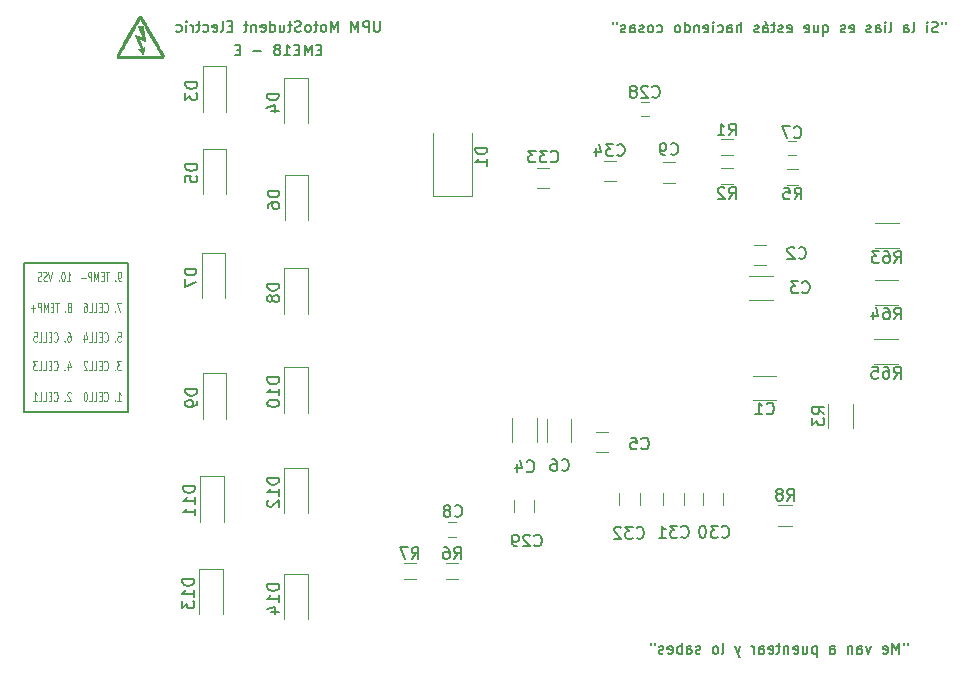
<source format=gbr>
G04 #@! TF.FileFunction,Legend,Bot*
%FSLAX46Y46*%
G04 Gerber Fmt 4.6, Leading zero omitted, Abs format (unit mm)*
G04 Created by KiCad (PCBNEW 4.0.7) date 05/28/18 23:31:17*
%MOMM*%
%LPD*%
G01*
G04 APERTURE LIST*
%ADD10C,0.100000*%
%ADD11C,0.150000*%
%ADD12C,0.200000*%
%ADD13C,0.010000*%
%ADD14C,0.120000*%
G04 APERTURE END LIST*
D10*
D11*
X129211428Y-67885714D02*
X128911428Y-67885714D01*
X128782857Y-68357143D02*
X129211428Y-68357143D01*
X129211428Y-67457143D01*
X128782857Y-67457143D01*
X128397142Y-68357143D02*
X128397142Y-67457143D01*
X128097142Y-68100000D01*
X127797142Y-67457143D01*
X127797142Y-68357143D01*
X127368571Y-67885714D02*
X127068571Y-67885714D01*
X126940000Y-68357143D02*
X127368571Y-68357143D01*
X127368571Y-67457143D01*
X126940000Y-67457143D01*
X126082857Y-68357143D02*
X126597142Y-68357143D01*
X126340000Y-68357143D02*
X126340000Y-67457143D01*
X126425714Y-67585714D01*
X126511428Y-67671429D01*
X126597142Y-67714286D01*
X125568571Y-67842857D02*
X125654285Y-67800000D01*
X125697142Y-67757143D01*
X125739999Y-67671429D01*
X125739999Y-67628571D01*
X125697142Y-67542857D01*
X125654285Y-67500000D01*
X125568571Y-67457143D01*
X125397142Y-67457143D01*
X125311428Y-67500000D01*
X125268571Y-67542857D01*
X125225714Y-67628571D01*
X125225714Y-67671429D01*
X125268571Y-67757143D01*
X125311428Y-67800000D01*
X125397142Y-67842857D01*
X125568571Y-67842857D01*
X125654285Y-67885714D01*
X125697142Y-67928571D01*
X125739999Y-68014286D01*
X125739999Y-68185714D01*
X125697142Y-68271429D01*
X125654285Y-68314286D01*
X125568571Y-68357143D01*
X125397142Y-68357143D01*
X125311428Y-68314286D01*
X125268571Y-68271429D01*
X125225714Y-68185714D01*
X125225714Y-68014286D01*
X125268571Y-67928571D01*
X125311428Y-67885714D01*
X125397142Y-67842857D01*
X124154285Y-68014286D02*
X123468571Y-68014286D01*
X122354285Y-67885714D02*
X122054285Y-67885714D01*
X121925714Y-68357143D02*
X122354285Y-68357143D01*
X122354285Y-67457143D01*
X121925714Y-67457143D01*
X134182858Y-65457143D02*
X134182858Y-66185714D01*
X134140001Y-66271429D01*
X134097144Y-66314286D01*
X134011430Y-66357143D01*
X133840001Y-66357143D01*
X133754287Y-66314286D01*
X133711430Y-66271429D01*
X133668573Y-66185714D01*
X133668573Y-65457143D01*
X133240001Y-66357143D02*
X133240001Y-65457143D01*
X132897144Y-65457143D01*
X132811430Y-65500000D01*
X132768573Y-65542857D01*
X132725716Y-65628571D01*
X132725716Y-65757143D01*
X132768573Y-65842857D01*
X132811430Y-65885714D01*
X132897144Y-65928571D01*
X133240001Y-65928571D01*
X132340001Y-66357143D02*
X132340001Y-65457143D01*
X132040001Y-66100000D01*
X131740001Y-65457143D01*
X131740001Y-66357143D01*
X130625716Y-66357143D02*
X130625716Y-65457143D01*
X130325716Y-66100000D01*
X130025716Y-65457143D01*
X130025716Y-66357143D01*
X129468574Y-66357143D02*
X129554288Y-66314286D01*
X129597145Y-66271429D01*
X129640002Y-66185714D01*
X129640002Y-65928571D01*
X129597145Y-65842857D01*
X129554288Y-65800000D01*
X129468574Y-65757143D01*
X129340002Y-65757143D01*
X129254288Y-65800000D01*
X129211431Y-65842857D01*
X129168574Y-65928571D01*
X129168574Y-66185714D01*
X129211431Y-66271429D01*
X129254288Y-66314286D01*
X129340002Y-66357143D01*
X129468574Y-66357143D01*
X128911431Y-65757143D02*
X128568574Y-65757143D01*
X128782859Y-65457143D02*
X128782859Y-66228571D01*
X128740002Y-66314286D01*
X128654288Y-66357143D01*
X128568574Y-66357143D01*
X128140002Y-66357143D02*
X128225716Y-66314286D01*
X128268573Y-66271429D01*
X128311430Y-66185714D01*
X128311430Y-65928571D01*
X128268573Y-65842857D01*
X128225716Y-65800000D01*
X128140002Y-65757143D01*
X128011430Y-65757143D01*
X127925716Y-65800000D01*
X127882859Y-65842857D01*
X127840002Y-65928571D01*
X127840002Y-66185714D01*
X127882859Y-66271429D01*
X127925716Y-66314286D01*
X128011430Y-66357143D01*
X128140002Y-66357143D01*
X127497144Y-66314286D02*
X127368573Y-66357143D01*
X127154287Y-66357143D01*
X127068573Y-66314286D01*
X127025716Y-66271429D01*
X126982859Y-66185714D01*
X126982859Y-66100000D01*
X127025716Y-66014286D01*
X127068573Y-65971429D01*
X127154287Y-65928571D01*
X127325716Y-65885714D01*
X127411430Y-65842857D01*
X127454287Y-65800000D01*
X127497144Y-65714286D01*
X127497144Y-65628571D01*
X127454287Y-65542857D01*
X127411430Y-65500000D01*
X127325716Y-65457143D01*
X127111430Y-65457143D01*
X126982859Y-65500000D01*
X126725716Y-65757143D02*
X126382859Y-65757143D01*
X126597144Y-65457143D02*
X126597144Y-66228571D01*
X126554287Y-66314286D01*
X126468573Y-66357143D01*
X126382859Y-66357143D01*
X125697144Y-65757143D02*
X125697144Y-66357143D01*
X126082858Y-65757143D02*
X126082858Y-66228571D01*
X126040001Y-66314286D01*
X125954287Y-66357143D01*
X125825715Y-66357143D01*
X125740001Y-66314286D01*
X125697144Y-66271429D01*
X124882858Y-66357143D02*
X124882858Y-65457143D01*
X124882858Y-66314286D02*
X124968572Y-66357143D01*
X125140001Y-66357143D01*
X125225715Y-66314286D01*
X125268572Y-66271429D01*
X125311429Y-66185714D01*
X125311429Y-65928571D01*
X125268572Y-65842857D01*
X125225715Y-65800000D01*
X125140001Y-65757143D01*
X124968572Y-65757143D01*
X124882858Y-65800000D01*
X124111429Y-66314286D02*
X124197143Y-66357143D01*
X124368572Y-66357143D01*
X124454286Y-66314286D01*
X124497143Y-66228571D01*
X124497143Y-65885714D01*
X124454286Y-65800000D01*
X124368572Y-65757143D01*
X124197143Y-65757143D01*
X124111429Y-65800000D01*
X124068572Y-65885714D01*
X124068572Y-65971429D01*
X124497143Y-66057143D01*
X123682857Y-65757143D02*
X123682857Y-66357143D01*
X123682857Y-65842857D02*
X123640000Y-65800000D01*
X123554286Y-65757143D01*
X123425714Y-65757143D01*
X123340000Y-65800000D01*
X123297143Y-65885714D01*
X123297143Y-66357143D01*
X122997143Y-65757143D02*
X122654286Y-65757143D01*
X122868571Y-65457143D02*
X122868571Y-66228571D01*
X122825714Y-66314286D01*
X122740000Y-66357143D01*
X122654286Y-66357143D01*
X121668571Y-65885714D02*
X121368571Y-65885714D01*
X121240000Y-66357143D02*
X121668571Y-66357143D01*
X121668571Y-65457143D01*
X121240000Y-65457143D01*
X120725714Y-66357143D02*
X120811428Y-66314286D01*
X120854285Y-66228571D01*
X120854285Y-65457143D01*
X120039999Y-66314286D02*
X120125713Y-66357143D01*
X120297142Y-66357143D01*
X120382856Y-66314286D01*
X120425713Y-66228571D01*
X120425713Y-65885714D01*
X120382856Y-65800000D01*
X120297142Y-65757143D01*
X120125713Y-65757143D01*
X120039999Y-65800000D01*
X119997142Y-65885714D01*
X119997142Y-65971429D01*
X120425713Y-66057143D01*
X119225713Y-66314286D02*
X119311427Y-66357143D01*
X119482856Y-66357143D01*
X119568570Y-66314286D01*
X119611427Y-66271429D01*
X119654284Y-66185714D01*
X119654284Y-65928571D01*
X119611427Y-65842857D01*
X119568570Y-65800000D01*
X119482856Y-65757143D01*
X119311427Y-65757143D01*
X119225713Y-65800000D01*
X118968570Y-65757143D02*
X118625713Y-65757143D01*
X118839998Y-65457143D02*
X118839998Y-66228571D01*
X118797141Y-66314286D01*
X118711427Y-66357143D01*
X118625713Y-66357143D01*
X118325712Y-66357143D02*
X118325712Y-65757143D01*
X118325712Y-65928571D02*
X118282855Y-65842857D01*
X118239998Y-65800000D01*
X118154284Y-65757143D01*
X118068569Y-65757143D01*
X117768569Y-66357143D02*
X117768569Y-65757143D01*
X117768569Y-65457143D02*
X117811426Y-65500000D01*
X117768569Y-65542857D01*
X117725712Y-65500000D01*
X117768569Y-65457143D01*
X117768569Y-65542857D01*
X116954284Y-66314286D02*
X117039998Y-66357143D01*
X117211427Y-66357143D01*
X117297141Y-66314286D01*
X117339998Y-66271429D01*
X117382855Y-66185714D01*
X117382855Y-65928571D01*
X117339998Y-65842857D01*
X117297141Y-65800000D01*
X117211427Y-65757143D01*
X117039998Y-65757143D01*
X116954284Y-65800000D01*
X178885714Y-118107143D02*
X178885714Y-118278571D01*
X178542857Y-118107143D02*
X178542857Y-118278571D01*
X178157143Y-119007143D02*
X178157143Y-118107143D01*
X177857143Y-118750000D01*
X177557143Y-118107143D01*
X177557143Y-119007143D01*
X176785715Y-118964286D02*
X176871429Y-119007143D01*
X177042858Y-119007143D01*
X177128572Y-118964286D01*
X177171429Y-118878571D01*
X177171429Y-118535714D01*
X177128572Y-118450000D01*
X177042858Y-118407143D01*
X176871429Y-118407143D01*
X176785715Y-118450000D01*
X176742858Y-118535714D01*
X176742858Y-118621429D01*
X177171429Y-118707143D01*
X175757144Y-118407143D02*
X175542858Y-119007143D01*
X175328572Y-118407143D01*
X174600001Y-119007143D02*
X174600001Y-118535714D01*
X174642858Y-118450000D01*
X174728572Y-118407143D01*
X174900001Y-118407143D01*
X174985715Y-118450000D01*
X174600001Y-118964286D02*
X174685715Y-119007143D01*
X174900001Y-119007143D01*
X174985715Y-118964286D01*
X175028572Y-118878571D01*
X175028572Y-118792857D01*
X174985715Y-118707143D01*
X174900001Y-118664286D01*
X174685715Y-118664286D01*
X174600001Y-118621429D01*
X174171429Y-118407143D02*
X174171429Y-119007143D01*
X174171429Y-118492857D02*
X174128572Y-118450000D01*
X174042858Y-118407143D01*
X173914286Y-118407143D01*
X173828572Y-118450000D01*
X173785715Y-118535714D01*
X173785715Y-119007143D01*
X172285715Y-119007143D02*
X172285715Y-118535714D01*
X172328572Y-118450000D01*
X172414286Y-118407143D01*
X172585715Y-118407143D01*
X172671429Y-118450000D01*
X172285715Y-118964286D02*
X172371429Y-119007143D01*
X172585715Y-119007143D01*
X172671429Y-118964286D01*
X172714286Y-118878571D01*
X172714286Y-118792857D01*
X172671429Y-118707143D01*
X172585715Y-118664286D01*
X172371429Y-118664286D01*
X172285715Y-118621429D01*
X171171429Y-118407143D02*
X171171429Y-119307143D01*
X171171429Y-118450000D02*
X171085715Y-118407143D01*
X170914286Y-118407143D01*
X170828572Y-118450000D01*
X170785715Y-118492857D01*
X170742858Y-118578571D01*
X170742858Y-118835714D01*
X170785715Y-118921429D01*
X170828572Y-118964286D01*
X170914286Y-119007143D01*
X171085715Y-119007143D01*
X171171429Y-118964286D01*
X169971429Y-118407143D02*
X169971429Y-119007143D01*
X170357143Y-118407143D02*
X170357143Y-118878571D01*
X170314286Y-118964286D01*
X170228572Y-119007143D01*
X170100000Y-119007143D01*
X170014286Y-118964286D01*
X169971429Y-118921429D01*
X169200000Y-118964286D02*
X169285714Y-119007143D01*
X169457143Y-119007143D01*
X169542857Y-118964286D01*
X169585714Y-118878571D01*
X169585714Y-118535714D01*
X169542857Y-118450000D01*
X169457143Y-118407143D01*
X169285714Y-118407143D01*
X169200000Y-118450000D01*
X169157143Y-118535714D01*
X169157143Y-118621429D01*
X169585714Y-118707143D01*
X168771428Y-118407143D02*
X168771428Y-119007143D01*
X168771428Y-118492857D02*
X168728571Y-118450000D01*
X168642857Y-118407143D01*
X168514285Y-118407143D01*
X168428571Y-118450000D01*
X168385714Y-118535714D01*
X168385714Y-119007143D01*
X168085714Y-118407143D02*
X167742857Y-118407143D01*
X167957142Y-118107143D02*
X167957142Y-118878571D01*
X167914285Y-118964286D01*
X167828571Y-119007143D01*
X167742857Y-119007143D01*
X167099999Y-118964286D02*
X167185713Y-119007143D01*
X167357142Y-119007143D01*
X167442856Y-118964286D01*
X167485713Y-118878571D01*
X167485713Y-118535714D01*
X167442856Y-118450000D01*
X167357142Y-118407143D01*
X167185713Y-118407143D01*
X167099999Y-118450000D01*
X167057142Y-118535714D01*
X167057142Y-118621429D01*
X167485713Y-118707143D01*
X166285713Y-119007143D02*
X166285713Y-118535714D01*
X166328570Y-118450000D01*
X166414284Y-118407143D01*
X166585713Y-118407143D01*
X166671427Y-118450000D01*
X166285713Y-118964286D02*
X166371427Y-119007143D01*
X166585713Y-119007143D01*
X166671427Y-118964286D01*
X166714284Y-118878571D01*
X166714284Y-118792857D01*
X166671427Y-118707143D01*
X166585713Y-118664286D01*
X166371427Y-118664286D01*
X166285713Y-118621429D01*
X165857141Y-119007143D02*
X165857141Y-118407143D01*
X165857141Y-118578571D02*
X165814284Y-118492857D01*
X165771427Y-118450000D01*
X165685713Y-118407143D01*
X165599998Y-118407143D01*
X164699999Y-118407143D02*
X164485713Y-119007143D01*
X164271427Y-118407143D02*
X164485713Y-119007143D01*
X164571427Y-119221429D01*
X164614284Y-119264286D01*
X164699999Y-119307143D01*
X163114285Y-119007143D02*
X163199999Y-118964286D01*
X163242856Y-118878571D01*
X163242856Y-118107143D01*
X162642856Y-119007143D02*
X162728570Y-118964286D01*
X162771427Y-118921429D01*
X162814284Y-118835714D01*
X162814284Y-118578571D01*
X162771427Y-118492857D01*
X162728570Y-118450000D01*
X162642856Y-118407143D01*
X162514284Y-118407143D01*
X162428570Y-118450000D01*
X162385713Y-118492857D01*
X162342856Y-118578571D01*
X162342856Y-118835714D01*
X162385713Y-118921429D01*
X162428570Y-118964286D01*
X162514284Y-119007143D01*
X162642856Y-119007143D01*
X161314284Y-118964286D02*
X161228570Y-119007143D01*
X161057142Y-119007143D01*
X160971427Y-118964286D01*
X160928570Y-118878571D01*
X160928570Y-118835714D01*
X160971427Y-118750000D01*
X161057142Y-118707143D01*
X161185713Y-118707143D01*
X161271427Y-118664286D01*
X161314284Y-118578571D01*
X161314284Y-118535714D01*
X161271427Y-118450000D01*
X161185713Y-118407143D01*
X161057142Y-118407143D01*
X160971427Y-118450000D01*
X160157142Y-119007143D02*
X160157142Y-118535714D01*
X160199999Y-118450000D01*
X160285713Y-118407143D01*
X160457142Y-118407143D01*
X160542856Y-118450000D01*
X160157142Y-118964286D02*
X160242856Y-119007143D01*
X160457142Y-119007143D01*
X160542856Y-118964286D01*
X160585713Y-118878571D01*
X160585713Y-118792857D01*
X160542856Y-118707143D01*
X160457142Y-118664286D01*
X160242856Y-118664286D01*
X160157142Y-118621429D01*
X159728570Y-119007143D02*
X159728570Y-118107143D01*
X159728570Y-118450000D02*
X159642856Y-118407143D01*
X159471427Y-118407143D01*
X159385713Y-118450000D01*
X159342856Y-118492857D01*
X159299999Y-118578571D01*
X159299999Y-118835714D01*
X159342856Y-118921429D01*
X159385713Y-118964286D01*
X159471427Y-119007143D01*
X159642856Y-119007143D01*
X159728570Y-118964286D01*
X158571427Y-118964286D02*
X158657141Y-119007143D01*
X158828570Y-119007143D01*
X158914284Y-118964286D01*
X158957141Y-118878571D01*
X158957141Y-118535714D01*
X158914284Y-118450000D01*
X158828570Y-118407143D01*
X158657141Y-118407143D01*
X158571427Y-118450000D01*
X158528570Y-118535714D01*
X158528570Y-118621429D01*
X158957141Y-118707143D01*
X158185712Y-118964286D02*
X158099998Y-119007143D01*
X157928570Y-119007143D01*
X157842855Y-118964286D01*
X157799998Y-118878571D01*
X157799998Y-118835714D01*
X157842855Y-118750000D01*
X157928570Y-118707143D01*
X158057141Y-118707143D01*
X158142855Y-118664286D01*
X158185712Y-118578571D01*
X158185712Y-118535714D01*
X158142855Y-118450000D01*
X158057141Y-118407143D01*
X157928570Y-118407143D01*
X157842855Y-118450000D01*
X157457141Y-118107143D02*
X157457141Y-118278571D01*
X157114284Y-118107143D02*
X157114284Y-118278571D01*
X182100000Y-65507143D02*
X182100000Y-65678571D01*
X181757143Y-65507143D02*
X181757143Y-65678571D01*
X181414286Y-66364286D02*
X181285715Y-66407143D01*
X181071429Y-66407143D01*
X180985715Y-66364286D01*
X180942858Y-66321429D01*
X180900001Y-66235714D01*
X180900001Y-66150000D01*
X180942858Y-66064286D01*
X180985715Y-66021429D01*
X181071429Y-65978571D01*
X181242858Y-65935714D01*
X181328572Y-65892857D01*
X181371429Y-65850000D01*
X181414286Y-65764286D01*
X181414286Y-65678571D01*
X181371429Y-65592857D01*
X181328572Y-65550000D01*
X181242858Y-65507143D01*
X181028572Y-65507143D01*
X180900001Y-65550000D01*
X180514286Y-66407143D02*
X180514286Y-65807143D01*
X180514286Y-65507143D02*
X180557143Y-65550000D01*
X180514286Y-65592857D01*
X180471429Y-65550000D01*
X180514286Y-65507143D01*
X180514286Y-65592857D01*
X179271430Y-66407143D02*
X179357144Y-66364286D01*
X179400001Y-66278571D01*
X179400001Y-65507143D01*
X178542858Y-66407143D02*
X178542858Y-65935714D01*
X178585715Y-65850000D01*
X178671429Y-65807143D01*
X178842858Y-65807143D01*
X178928572Y-65850000D01*
X178542858Y-66364286D02*
X178628572Y-66407143D01*
X178842858Y-66407143D01*
X178928572Y-66364286D01*
X178971429Y-66278571D01*
X178971429Y-66192857D01*
X178928572Y-66107143D01*
X178842858Y-66064286D01*
X178628572Y-66064286D01*
X178542858Y-66021429D01*
X177300001Y-66407143D02*
X177385715Y-66364286D01*
X177428572Y-66278571D01*
X177428572Y-65507143D01*
X176957143Y-66407143D02*
X176957143Y-65807143D01*
X176957143Y-65507143D02*
X177000000Y-65550000D01*
X176957143Y-65592857D01*
X176914286Y-65550000D01*
X176957143Y-65507143D01*
X176957143Y-65592857D01*
X176142858Y-66407143D02*
X176142858Y-65935714D01*
X176185715Y-65850000D01*
X176271429Y-65807143D01*
X176442858Y-65807143D01*
X176528572Y-65850000D01*
X176142858Y-66364286D02*
X176228572Y-66407143D01*
X176442858Y-66407143D01*
X176528572Y-66364286D01*
X176571429Y-66278571D01*
X176571429Y-66192857D01*
X176528572Y-66107143D01*
X176442858Y-66064286D01*
X176228572Y-66064286D01*
X176142858Y-66021429D01*
X175757143Y-66364286D02*
X175671429Y-66407143D01*
X175500001Y-66407143D01*
X175414286Y-66364286D01*
X175371429Y-66278571D01*
X175371429Y-66235714D01*
X175414286Y-66150000D01*
X175500001Y-66107143D01*
X175628572Y-66107143D01*
X175714286Y-66064286D01*
X175757143Y-65978571D01*
X175757143Y-65935714D01*
X175714286Y-65850000D01*
X175628572Y-65807143D01*
X175500001Y-65807143D01*
X175414286Y-65850000D01*
X173957144Y-66364286D02*
X174042858Y-66407143D01*
X174214287Y-66407143D01*
X174300001Y-66364286D01*
X174342858Y-66278571D01*
X174342858Y-65935714D01*
X174300001Y-65850000D01*
X174214287Y-65807143D01*
X174042858Y-65807143D01*
X173957144Y-65850000D01*
X173914287Y-65935714D01*
X173914287Y-66021429D01*
X174342858Y-66107143D01*
X173571429Y-66364286D02*
X173485715Y-66407143D01*
X173314287Y-66407143D01*
X173228572Y-66364286D01*
X173185715Y-66278571D01*
X173185715Y-66235714D01*
X173228572Y-66150000D01*
X173314287Y-66107143D01*
X173442858Y-66107143D01*
X173528572Y-66064286D01*
X173571429Y-65978571D01*
X173571429Y-65935714D01*
X173528572Y-65850000D01*
X173442858Y-65807143D01*
X173314287Y-65807143D01*
X173228572Y-65850000D01*
X171728573Y-65807143D02*
X171728573Y-66707143D01*
X171728573Y-66364286D02*
X171814287Y-66407143D01*
X171985716Y-66407143D01*
X172071430Y-66364286D01*
X172114287Y-66321429D01*
X172157144Y-66235714D01*
X172157144Y-65978571D01*
X172114287Y-65892857D01*
X172071430Y-65850000D01*
X171985716Y-65807143D01*
X171814287Y-65807143D01*
X171728573Y-65850000D01*
X170914287Y-65807143D02*
X170914287Y-66407143D01*
X171300001Y-65807143D02*
X171300001Y-66278571D01*
X171257144Y-66364286D01*
X171171430Y-66407143D01*
X171042858Y-66407143D01*
X170957144Y-66364286D01*
X170914287Y-66321429D01*
X170142858Y-66364286D02*
X170228572Y-66407143D01*
X170400001Y-66407143D01*
X170485715Y-66364286D01*
X170528572Y-66278571D01*
X170528572Y-65935714D01*
X170485715Y-65850000D01*
X170400001Y-65807143D01*
X170228572Y-65807143D01*
X170142858Y-65850000D01*
X170100001Y-65935714D01*
X170100001Y-66021429D01*
X170528572Y-66107143D01*
X168685715Y-66364286D02*
X168771429Y-66407143D01*
X168942858Y-66407143D01*
X169028572Y-66364286D01*
X169071429Y-66278571D01*
X169071429Y-65935714D01*
X169028572Y-65850000D01*
X168942858Y-65807143D01*
X168771429Y-65807143D01*
X168685715Y-65850000D01*
X168642858Y-65935714D01*
X168642858Y-66021429D01*
X169071429Y-66107143D01*
X168300000Y-66364286D02*
X168214286Y-66407143D01*
X168042858Y-66407143D01*
X167957143Y-66364286D01*
X167914286Y-66278571D01*
X167914286Y-66235714D01*
X167957143Y-66150000D01*
X168042858Y-66107143D01*
X168171429Y-66107143D01*
X168257143Y-66064286D01*
X168300000Y-65978571D01*
X168300000Y-65935714D01*
X168257143Y-65850000D01*
X168171429Y-65807143D01*
X168042858Y-65807143D01*
X167957143Y-65850000D01*
X167657144Y-65807143D02*
X167314287Y-65807143D01*
X167528572Y-65507143D02*
X167528572Y-66278571D01*
X167485715Y-66364286D01*
X167400001Y-66407143D01*
X167314287Y-66407143D01*
X166628572Y-66407143D02*
X166628572Y-65935714D01*
X166671429Y-65850000D01*
X166757143Y-65807143D01*
X166928572Y-65807143D01*
X167014286Y-65850000D01*
X166628572Y-66364286D02*
X166714286Y-66407143D01*
X166928572Y-66407143D01*
X167014286Y-66364286D01*
X167057143Y-66278571D01*
X167057143Y-66192857D01*
X167014286Y-66107143D01*
X166928572Y-66064286D01*
X166714286Y-66064286D01*
X166628572Y-66021429D01*
X166757143Y-65464286D02*
X166885715Y-65592857D01*
X166242857Y-66364286D02*
X166157143Y-66407143D01*
X165985715Y-66407143D01*
X165900000Y-66364286D01*
X165857143Y-66278571D01*
X165857143Y-66235714D01*
X165900000Y-66150000D01*
X165985715Y-66107143D01*
X166114286Y-66107143D01*
X166200000Y-66064286D01*
X166242857Y-65978571D01*
X166242857Y-65935714D01*
X166200000Y-65850000D01*
X166114286Y-65807143D01*
X165985715Y-65807143D01*
X165900000Y-65850000D01*
X164785715Y-66407143D02*
X164785715Y-65507143D01*
X164400001Y-66407143D02*
X164400001Y-65935714D01*
X164442858Y-65850000D01*
X164528572Y-65807143D01*
X164657144Y-65807143D01*
X164742858Y-65850000D01*
X164785715Y-65892857D01*
X163585715Y-66407143D02*
X163585715Y-65935714D01*
X163628572Y-65850000D01*
X163714286Y-65807143D01*
X163885715Y-65807143D01*
X163971429Y-65850000D01*
X163585715Y-66364286D02*
X163671429Y-66407143D01*
X163885715Y-66407143D01*
X163971429Y-66364286D01*
X164014286Y-66278571D01*
X164014286Y-66192857D01*
X163971429Y-66107143D01*
X163885715Y-66064286D01*
X163671429Y-66064286D01*
X163585715Y-66021429D01*
X162771429Y-66364286D02*
X162857143Y-66407143D01*
X163028572Y-66407143D01*
X163114286Y-66364286D01*
X163157143Y-66321429D01*
X163200000Y-66235714D01*
X163200000Y-65978571D01*
X163157143Y-65892857D01*
X163114286Y-65850000D01*
X163028572Y-65807143D01*
X162857143Y-65807143D01*
X162771429Y-65850000D01*
X162385714Y-66407143D02*
X162385714Y-65807143D01*
X162385714Y-65507143D02*
X162428571Y-65550000D01*
X162385714Y-65592857D01*
X162342857Y-65550000D01*
X162385714Y-65507143D01*
X162385714Y-65592857D01*
X161614286Y-66364286D02*
X161700000Y-66407143D01*
X161871429Y-66407143D01*
X161957143Y-66364286D01*
X162000000Y-66278571D01*
X162000000Y-65935714D01*
X161957143Y-65850000D01*
X161871429Y-65807143D01*
X161700000Y-65807143D01*
X161614286Y-65850000D01*
X161571429Y-65935714D01*
X161571429Y-66021429D01*
X162000000Y-66107143D01*
X161185714Y-65807143D02*
X161185714Y-66407143D01*
X161185714Y-65892857D02*
X161142857Y-65850000D01*
X161057143Y-65807143D01*
X160928571Y-65807143D01*
X160842857Y-65850000D01*
X160800000Y-65935714D01*
X160800000Y-66407143D01*
X159985714Y-66407143D02*
X159985714Y-65507143D01*
X159985714Y-66364286D02*
X160071428Y-66407143D01*
X160242857Y-66407143D01*
X160328571Y-66364286D01*
X160371428Y-66321429D01*
X160414285Y-66235714D01*
X160414285Y-65978571D01*
X160371428Y-65892857D01*
X160328571Y-65850000D01*
X160242857Y-65807143D01*
X160071428Y-65807143D01*
X159985714Y-65850000D01*
X159428571Y-66407143D02*
X159514285Y-66364286D01*
X159557142Y-66321429D01*
X159599999Y-66235714D01*
X159599999Y-65978571D01*
X159557142Y-65892857D01*
X159514285Y-65850000D01*
X159428571Y-65807143D01*
X159299999Y-65807143D01*
X159214285Y-65850000D01*
X159171428Y-65892857D01*
X159128571Y-65978571D01*
X159128571Y-66235714D01*
X159171428Y-66321429D01*
X159214285Y-66364286D01*
X159299999Y-66407143D01*
X159428571Y-66407143D01*
X157671428Y-66364286D02*
X157757142Y-66407143D01*
X157928571Y-66407143D01*
X158014285Y-66364286D01*
X158057142Y-66321429D01*
X158099999Y-66235714D01*
X158099999Y-65978571D01*
X158057142Y-65892857D01*
X158014285Y-65850000D01*
X157928571Y-65807143D01*
X157757142Y-65807143D01*
X157671428Y-65850000D01*
X157157142Y-66407143D02*
X157242856Y-66364286D01*
X157285713Y-66321429D01*
X157328570Y-66235714D01*
X157328570Y-65978571D01*
X157285713Y-65892857D01*
X157242856Y-65850000D01*
X157157142Y-65807143D01*
X157028570Y-65807143D01*
X156942856Y-65850000D01*
X156899999Y-65892857D01*
X156857142Y-65978571D01*
X156857142Y-66235714D01*
X156899999Y-66321429D01*
X156942856Y-66364286D01*
X157028570Y-66407143D01*
X157157142Y-66407143D01*
X156514284Y-66364286D02*
X156428570Y-66407143D01*
X156257142Y-66407143D01*
X156171427Y-66364286D01*
X156128570Y-66278571D01*
X156128570Y-66235714D01*
X156171427Y-66150000D01*
X156257142Y-66107143D01*
X156385713Y-66107143D01*
X156471427Y-66064286D01*
X156514284Y-65978571D01*
X156514284Y-65935714D01*
X156471427Y-65850000D01*
X156385713Y-65807143D01*
X156257142Y-65807143D01*
X156171427Y-65850000D01*
X155357142Y-66407143D02*
X155357142Y-65935714D01*
X155399999Y-65850000D01*
X155485713Y-65807143D01*
X155657142Y-65807143D01*
X155742856Y-65850000D01*
X155357142Y-66364286D02*
X155442856Y-66407143D01*
X155657142Y-66407143D01*
X155742856Y-66364286D01*
X155785713Y-66278571D01*
X155785713Y-66192857D01*
X155742856Y-66107143D01*
X155657142Y-66064286D01*
X155442856Y-66064286D01*
X155357142Y-66021429D01*
X154971427Y-66364286D02*
X154885713Y-66407143D01*
X154714285Y-66407143D01*
X154628570Y-66364286D01*
X154585713Y-66278571D01*
X154585713Y-66235714D01*
X154628570Y-66150000D01*
X154714285Y-66107143D01*
X154842856Y-66107143D01*
X154928570Y-66064286D01*
X154971427Y-65978571D01*
X154971427Y-65935714D01*
X154928570Y-65850000D01*
X154842856Y-65807143D01*
X154714285Y-65807143D01*
X154628570Y-65850000D01*
X154242856Y-65507143D02*
X154242856Y-65678571D01*
X153899999Y-65507143D02*
X153899999Y-65678571D01*
D12*
X104070000Y-98530000D02*
X104250000Y-98530000D01*
D10*
X107685237Y-87491905D02*
X107970951Y-87491905D01*
X107828094Y-87491905D02*
X107828094Y-86691905D01*
X107875713Y-86806190D01*
X107923332Y-86882381D01*
X107970951Y-86920476D01*
X107375713Y-86691905D02*
X107328094Y-86691905D01*
X107280475Y-86730000D01*
X107256666Y-86768095D01*
X107232856Y-86844286D01*
X107209047Y-86996667D01*
X107209047Y-87187143D01*
X107232856Y-87339524D01*
X107256666Y-87415714D01*
X107280475Y-87453810D01*
X107328094Y-87491905D01*
X107375713Y-87491905D01*
X107423332Y-87453810D01*
X107447142Y-87415714D01*
X107470951Y-87339524D01*
X107494761Y-87187143D01*
X107494761Y-86996667D01*
X107470951Y-86844286D01*
X107447142Y-86768095D01*
X107423332Y-86730000D01*
X107375713Y-86691905D01*
X106994761Y-87415714D02*
X106970952Y-87453810D01*
X106994761Y-87491905D01*
X107018571Y-87453810D01*
X106994761Y-87415714D01*
X106994761Y-87491905D01*
X106447143Y-86691905D02*
X106280476Y-87491905D01*
X106113810Y-86691905D01*
X105970953Y-87453810D02*
X105899524Y-87491905D01*
X105780477Y-87491905D01*
X105732858Y-87453810D01*
X105709048Y-87415714D01*
X105685239Y-87339524D01*
X105685239Y-87263333D01*
X105709048Y-87187143D01*
X105732858Y-87149048D01*
X105780477Y-87110952D01*
X105875715Y-87072857D01*
X105923334Y-87034762D01*
X105947143Y-86996667D01*
X105970953Y-86920476D01*
X105970953Y-86844286D01*
X105947143Y-86768095D01*
X105923334Y-86730000D01*
X105875715Y-86691905D01*
X105756667Y-86691905D01*
X105685239Y-86730000D01*
X105494763Y-87453810D02*
X105423334Y-87491905D01*
X105304287Y-87491905D01*
X105256668Y-87453810D01*
X105232858Y-87415714D01*
X105209049Y-87339524D01*
X105209049Y-87263333D01*
X105232858Y-87187143D01*
X105256668Y-87149048D01*
X105304287Y-87110952D01*
X105399525Y-87072857D01*
X105447144Y-87034762D01*
X105470953Y-86996667D01*
X105494763Y-86920476D01*
X105494763Y-86844286D01*
X105470953Y-86768095D01*
X105447144Y-86730000D01*
X105399525Y-86691905D01*
X105280477Y-86691905D01*
X105209049Y-86730000D01*
X112236666Y-87491905D02*
X112141428Y-87491905D01*
X112093809Y-87453810D01*
X112069999Y-87415714D01*
X112022380Y-87301429D01*
X111998571Y-87149048D01*
X111998571Y-86844286D01*
X112022380Y-86768095D01*
X112046190Y-86730000D01*
X112093809Y-86691905D01*
X112189047Y-86691905D01*
X112236666Y-86730000D01*
X112260475Y-86768095D01*
X112284285Y-86844286D01*
X112284285Y-87034762D01*
X112260475Y-87110952D01*
X112236666Y-87149048D01*
X112189047Y-87187143D01*
X112093809Y-87187143D01*
X112046190Y-87149048D01*
X112022380Y-87110952D01*
X111998571Y-87034762D01*
X111784285Y-87415714D02*
X111760476Y-87453810D01*
X111784285Y-87491905D01*
X111808095Y-87453810D01*
X111784285Y-87415714D01*
X111784285Y-87491905D01*
X111236667Y-86691905D02*
X110950953Y-86691905D01*
X111093810Y-87491905D02*
X111093810Y-86691905D01*
X110784286Y-87072857D02*
X110617620Y-87072857D01*
X110546191Y-87491905D02*
X110784286Y-87491905D01*
X110784286Y-86691905D01*
X110546191Y-86691905D01*
X110331905Y-87491905D02*
X110331905Y-86691905D01*
X110165239Y-87263333D01*
X109998572Y-86691905D01*
X109998572Y-87491905D01*
X109760476Y-87491905D02*
X109760476Y-86691905D01*
X109570000Y-86691905D01*
X109522381Y-86730000D01*
X109498572Y-86768095D01*
X109474762Y-86844286D01*
X109474762Y-86958571D01*
X109498572Y-87034762D01*
X109522381Y-87072857D01*
X109570000Y-87110952D01*
X109760476Y-87110952D01*
X109260476Y-87187143D02*
X108879524Y-87187143D01*
X111979523Y-91811905D02*
X112217618Y-91811905D01*
X112241428Y-92192857D01*
X112217618Y-92154762D01*
X112169999Y-92116667D01*
X112050952Y-92116667D01*
X112003333Y-92154762D01*
X111979523Y-92192857D01*
X111955714Y-92269048D01*
X111955714Y-92459524D01*
X111979523Y-92535714D01*
X112003333Y-92573810D01*
X112050952Y-92611905D01*
X112169999Y-92611905D01*
X112217618Y-92573810D01*
X112241428Y-92535714D01*
X111741428Y-92535714D02*
X111717619Y-92573810D01*
X111741428Y-92611905D01*
X111765238Y-92573810D01*
X111741428Y-92535714D01*
X111741428Y-92611905D01*
X110836667Y-92535714D02*
X110860477Y-92573810D01*
X110931905Y-92611905D01*
X110979524Y-92611905D01*
X111050953Y-92573810D01*
X111098572Y-92497619D01*
X111122381Y-92421429D01*
X111146191Y-92269048D01*
X111146191Y-92154762D01*
X111122381Y-92002381D01*
X111098572Y-91926190D01*
X111050953Y-91850000D01*
X110979524Y-91811905D01*
X110931905Y-91811905D01*
X110860477Y-91850000D01*
X110836667Y-91888095D01*
X110622381Y-92192857D02*
X110455715Y-92192857D01*
X110384286Y-92611905D02*
X110622381Y-92611905D01*
X110622381Y-91811905D01*
X110384286Y-91811905D01*
X109931905Y-92611905D02*
X110170000Y-92611905D01*
X110170000Y-91811905D01*
X109527143Y-92611905D02*
X109765238Y-92611905D01*
X109765238Y-91811905D01*
X109146191Y-92078571D02*
X109146191Y-92611905D01*
X109265238Y-91773810D02*
X109384286Y-92345238D01*
X109074762Y-92345238D01*
X107939047Y-89634762D02*
X107986666Y-89596667D01*
X108010475Y-89558571D01*
X108034285Y-89482381D01*
X108034285Y-89444286D01*
X108010475Y-89368095D01*
X107986666Y-89330000D01*
X107939047Y-89291905D01*
X107843809Y-89291905D01*
X107796190Y-89330000D01*
X107772380Y-89368095D01*
X107748571Y-89444286D01*
X107748571Y-89482381D01*
X107772380Y-89558571D01*
X107796190Y-89596667D01*
X107843809Y-89634762D01*
X107939047Y-89634762D01*
X107986666Y-89672857D01*
X108010475Y-89710952D01*
X108034285Y-89787143D01*
X108034285Y-89939524D01*
X108010475Y-90015714D01*
X107986666Y-90053810D01*
X107939047Y-90091905D01*
X107843809Y-90091905D01*
X107796190Y-90053810D01*
X107772380Y-90015714D01*
X107748571Y-89939524D01*
X107748571Y-89787143D01*
X107772380Y-89710952D01*
X107796190Y-89672857D01*
X107843809Y-89634762D01*
X107534285Y-90015714D02*
X107510476Y-90053810D01*
X107534285Y-90091905D01*
X107558095Y-90053810D01*
X107534285Y-90015714D01*
X107534285Y-90091905D01*
X106986667Y-89291905D02*
X106700953Y-89291905D01*
X106843810Y-90091905D02*
X106843810Y-89291905D01*
X106534286Y-89672857D02*
X106367620Y-89672857D01*
X106296191Y-90091905D02*
X106534286Y-90091905D01*
X106534286Y-89291905D01*
X106296191Y-89291905D01*
X106081905Y-90091905D02*
X106081905Y-89291905D01*
X105915239Y-89863333D01*
X105748572Y-89291905D01*
X105748572Y-90091905D01*
X105510476Y-90091905D02*
X105510476Y-89291905D01*
X105320000Y-89291905D01*
X105272381Y-89330000D01*
X105248572Y-89368095D01*
X105224762Y-89444286D01*
X105224762Y-89558571D01*
X105248572Y-89634762D01*
X105272381Y-89672857D01*
X105320000Y-89710952D01*
X105510476Y-89710952D01*
X105010476Y-89787143D02*
X104629524Y-89787143D01*
X104820000Y-90091905D02*
X104820000Y-89482381D01*
X112265237Y-89291905D02*
X111931904Y-89291905D01*
X112146190Y-90091905D01*
X111741428Y-90015714D02*
X111717619Y-90053810D01*
X111741428Y-90091905D01*
X111765238Y-90053810D01*
X111741428Y-90015714D01*
X111741428Y-90091905D01*
X110836667Y-90015714D02*
X110860477Y-90053810D01*
X110931905Y-90091905D01*
X110979524Y-90091905D01*
X111050953Y-90053810D01*
X111098572Y-89977619D01*
X111122381Y-89901429D01*
X111146191Y-89749048D01*
X111146191Y-89634762D01*
X111122381Y-89482381D01*
X111098572Y-89406190D01*
X111050953Y-89330000D01*
X110979524Y-89291905D01*
X110931905Y-89291905D01*
X110860477Y-89330000D01*
X110836667Y-89368095D01*
X110622381Y-89672857D02*
X110455715Y-89672857D01*
X110384286Y-90091905D02*
X110622381Y-90091905D01*
X110622381Y-89291905D01*
X110384286Y-89291905D01*
X109931905Y-90091905D02*
X110170000Y-90091905D01*
X110170000Y-89291905D01*
X109527143Y-90091905D02*
X109765238Y-90091905D01*
X109765238Y-89291905D01*
X109146191Y-89291905D02*
X109241429Y-89291905D01*
X109289048Y-89330000D01*
X109312857Y-89368095D01*
X109360476Y-89482381D01*
X109384286Y-89634762D01*
X109384286Y-89939524D01*
X109360476Y-90015714D01*
X109336667Y-90053810D01*
X109289048Y-90091905D01*
X109193810Y-90091905D01*
X109146191Y-90053810D01*
X109122381Y-90015714D01*
X109098572Y-89939524D01*
X109098572Y-89749048D01*
X109122381Y-89672857D01*
X109146191Y-89634762D01*
X109193810Y-89596667D01*
X109289048Y-89596667D01*
X109336667Y-89634762D01*
X109360476Y-89672857D01*
X109384286Y-89749048D01*
X107753333Y-91811905D02*
X107848571Y-91811905D01*
X107896190Y-91850000D01*
X107919999Y-91888095D01*
X107967618Y-92002381D01*
X107991428Y-92154762D01*
X107991428Y-92459524D01*
X107967618Y-92535714D01*
X107943809Y-92573810D01*
X107896190Y-92611905D01*
X107800952Y-92611905D01*
X107753333Y-92573810D01*
X107729523Y-92535714D01*
X107705714Y-92459524D01*
X107705714Y-92269048D01*
X107729523Y-92192857D01*
X107753333Y-92154762D01*
X107800952Y-92116667D01*
X107896190Y-92116667D01*
X107943809Y-92154762D01*
X107967618Y-92192857D01*
X107991428Y-92269048D01*
X107491428Y-92535714D02*
X107467619Y-92573810D01*
X107491428Y-92611905D01*
X107515238Y-92573810D01*
X107491428Y-92535714D01*
X107491428Y-92611905D01*
X106586667Y-92535714D02*
X106610477Y-92573810D01*
X106681905Y-92611905D01*
X106729524Y-92611905D01*
X106800953Y-92573810D01*
X106848572Y-92497619D01*
X106872381Y-92421429D01*
X106896191Y-92269048D01*
X106896191Y-92154762D01*
X106872381Y-92002381D01*
X106848572Y-91926190D01*
X106800953Y-91850000D01*
X106729524Y-91811905D01*
X106681905Y-91811905D01*
X106610477Y-91850000D01*
X106586667Y-91888095D01*
X106372381Y-92192857D02*
X106205715Y-92192857D01*
X106134286Y-92611905D02*
X106372381Y-92611905D01*
X106372381Y-91811905D01*
X106134286Y-91811905D01*
X105681905Y-92611905D02*
X105920000Y-92611905D01*
X105920000Y-91811905D01*
X105277143Y-92611905D02*
X105515238Y-92611905D01*
X105515238Y-91811905D01*
X104872381Y-91811905D02*
X105110476Y-91811905D01*
X105134286Y-92192857D01*
X105110476Y-92154762D01*
X105062857Y-92116667D01*
X104943810Y-92116667D01*
X104896191Y-92154762D01*
X104872381Y-92192857D01*
X104848572Y-92269048D01*
X104848572Y-92459524D01*
X104872381Y-92535714D01*
X104896191Y-92573810D01*
X104943810Y-92611905D01*
X105062857Y-92611905D01*
X105110476Y-92573810D01*
X105134286Y-92535714D01*
X107753333Y-94508571D02*
X107753333Y-95041905D01*
X107872380Y-94203810D02*
X107991428Y-94775238D01*
X107681904Y-94775238D01*
X107491428Y-94965714D02*
X107467619Y-95003810D01*
X107491428Y-95041905D01*
X107515238Y-95003810D01*
X107491428Y-94965714D01*
X107491428Y-95041905D01*
X106586667Y-94965714D02*
X106610477Y-95003810D01*
X106681905Y-95041905D01*
X106729524Y-95041905D01*
X106800953Y-95003810D01*
X106848572Y-94927619D01*
X106872381Y-94851429D01*
X106896191Y-94699048D01*
X106896191Y-94584762D01*
X106872381Y-94432381D01*
X106848572Y-94356190D01*
X106800953Y-94280000D01*
X106729524Y-94241905D01*
X106681905Y-94241905D01*
X106610477Y-94280000D01*
X106586667Y-94318095D01*
X106372381Y-94622857D02*
X106205715Y-94622857D01*
X106134286Y-95041905D02*
X106372381Y-95041905D01*
X106372381Y-94241905D01*
X106134286Y-94241905D01*
X105681905Y-95041905D02*
X105920000Y-95041905D01*
X105920000Y-94241905D01*
X105277143Y-95041905D02*
X105515238Y-95041905D01*
X105515238Y-94241905D01*
X105158095Y-94241905D02*
X104848572Y-94241905D01*
X105015238Y-94546667D01*
X104943810Y-94546667D01*
X104896191Y-94584762D01*
X104872381Y-94622857D01*
X104848572Y-94699048D01*
X104848572Y-94889524D01*
X104872381Y-94965714D01*
X104896191Y-95003810D01*
X104943810Y-95041905D01*
X105086667Y-95041905D01*
X105134286Y-95003810D01*
X105158095Y-94965714D01*
X112265237Y-94241905D02*
X111955714Y-94241905D01*
X112122380Y-94546667D01*
X112050952Y-94546667D01*
X112003333Y-94584762D01*
X111979523Y-94622857D01*
X111955714Y-94699048D01*
X111955714Y-94889524D01*
X111979523Y-94965714D01*
X112003333Y-95003810D01*
X112050952Y-95041905D01*
X112193809Y-95041905D01*
X112241428Y-95003810D01*
X112265237Y-94965714D01*
X111741428Y-94965714D02*
X111717619Y-95003810D01*
X111741428Y-95041905D01*
X111765238Y-95003810D01*
X111741428Y-94965714D01*
X111741428Y-95041905D01*
X110836667Y-94965714D02*
X110860477Y-95003810D01*
X110931905Y-95041905D01*
X110979524Y-95041905D01*
X111050953Y-95003810D01*
X111098572Y-94927619D01*
X111122381Y-94851429D01*
X111146191Y-94699048D01*
X111146191Y-94584762D01*
X111122381Y-94432381D01*
X111098572Y-94356190D01*
X111050953Y-94280000D01*
X110979524Y-94241905D01*
X110931905Y-94241905D01*
X110860477Y-94280000D01*
X110836667Y-94318095D01*
X110622381Y-94622857D02*
X110455715Y-94622857D01*
X110384286Y-95041905D02*
X110622381Y-95041905D01*
X110622381Y-94241905D01*
X110384286Y-94241905D01*
X109931905Y-95041905D02*
X110170000Y-95041905D01*
X110170000Y-94241905D01*
X109527143Y-95041905D02*
X109765238Y-95041905D01*
X109765238Y-94241905D01*
X109384286Y-94318095D02*
X109360476Y-94280000D01*
X109312857Y-94241905D01*
X109193810Y-94241905D01*
X109146191Y-94280000D01*
X109122381Y-94318095D01*
X109098572Y-94394286D01*
X109098572Y-94470476D01*
X109122381Y-94584762D01*
X109408095Y-95041905D01*
X109098572Y-95041905D01*
X111955714Y-97651905D02*
X112241428Y-97651905D01*
X112098571Y-97651905D02*
X112098571Y-96851905D01*
X112146190Y-96966190D01*
X112193809Y-97042381D01*
X112241428Y-97080476D01*
X111741428Y-97575714D02*
X111717619Y-97613810D01*
X111741428Y-97651905D01*
X111765238Y-97613810D01*
X111741428Y-97575714D01*
X111741428Y-97651905D01*
X110836667Y-97575714D02*
X110860477Y-97613810D01*
X110931905Y-97651905D01*
X110979524Y-97651905D01*
X111050953Y-97613810D01*
X111098572Y-97537619D01*
X111122381Y-97461429D01*
X111146191Y-97309048D01*
X111146191Y-97194762D01*
X111122381Y-97042381D01*
X111098572Y-96966190D01*
X111050953Y-96890000D01*
X110979524Y-96851905D01*
X110931905Y-96851905D01*
X110860477Y-96890000D01*
X110836667Y-96928095D01*
X110622381Y-97232857D02*
X110455715Y-97232857D01*
X110384286Y-97651905D02*
X110622381Y-97651905D01*
X110622381Y-96851905D01*
X110384286Y-96851905D01*
X109931905Y-97651905D02*
X110170000Y-97651905D01*
X110170000Y-96851905D01*
X109527143Y-97651905D02*
X109765238Y-97651905D01*
X109765238Y-96851905D01*
X109265238Y-96851905D02*
X109217619Y-96851905D01*
X109170000Y-96890000D01*
X109146191Y-96928095D01*
X109122381Y-97004286D01*
X109098572Y-97156667D01*
X109098572Y-97347143D01*
X109122381Y-97499524D01*
X109146191Y-97575714D01*
X109170000Y-97613810D01*
X109217619Y-97651905D01*
X109265238Y-97651905D01*
X109312857Y-97613810D01*
X109336667Y-97575714D01*
X109360476Y-97499524D01*
X109384286Y-97347143D01*
X109384286Y-97156667D01*
X109360476Y-97004286D01*
X109336667Y-96928095D01*
X109312857Y-96890000D01*
X109265238Y-96851905D01*
X107991428Y-96928095D02*
X107967618Y-96890000D01*
X107919999Y-96851905D01*
X107800952Y-96851905D01*
X107753333Y-96890000D01*
X107729523Y-96928095D01*
X107705714Y-97004286D01*
X107705714Y-97080476D01*
X107729523Y-97194762D01*
X108015237Y-97651905D01*
X107705714Y-97651905D01*
X107491428Y-97575714D02*
X107467619Y-97613810D01*
X107491428Y-97651905D01*
X107515238Y-97613810D01*
X107491428Y-97575714D01*
X107491428Y-97651905D01*
X106586667Y-97575714D02*
X106610477Y-97613810D01*
X106681905Y-97651905D01*
X106729524Y-97651905D01*
X106800953Y-97613810D01*
X106848572Y-97537619D01*
X106872381Y-97461429D01*
X106896191Y-97309048D01*
X106896191Y-97194762D01*
X106872381Y-97042381D01*
X106848572Y-96966190D01*
X106800953Y-96890000D01*
X106729524Y-96851905D01*
X106681905Y-96851905D01*
X106610477Y-96890000D01*
X106586667Y-96928095D01*
X106372381Y-97232857D02*
X106205715Y-97232857D01*
X106134286Y-97651905D02*
X106372381Y-97651905D01*
X106372381Y-96851905D01*
X106134286Y-96851905D01*
X105681905Y-97651905D02*
X105920000Y-97651905D01*
X105920000Y-96851905D01*
X105277143Y-97651905D02*
X105515238Y-97651905D01*
X105515238Y-96851905D01*
X104848572Y-97651905D02*
X105134286Y-97651905D01*
X104991429Y-97651905D02*
X104991429Y-96851905D01*
X105039048Y-96966190D01*
X105086667Y-97042381D01*
X105134286Y-97080476D01*
D12*
X104230000Y-98530000D02*
X112830000Y-98530000D01*
X112830000Y-98530000D02*
X112830000Y-85970000D01*
X112830000Y-85970000D02*
X104320000Y-85970000D01*
X104320000Y-85970000D02*
X104070000Y-85970000D01*
X104070000Y-85970000D02*
X104070000Y-98530000D01*
D13*
G36*
X113811699Y-65048560D02*
X113753381Y-65071885D01*
X113703497Y-65113043D01*
X113697952Y-65119427D01*
X113689242Y-65132691D01*
X113671261Y-65162513D01*
X113644628Y-65207796D01*
X113609962Y-65267444D01*
X113567881Y-65340364D01*
X113519003Y-65425458D01*
X113463948Y-65521631D01*
X113403334Y-65627788D01*
X113337780Y-65742833D01*
X113267903Y-65865670D01*
X113194324Y-65995205D01*
X113117660Y-66130341D01*
X113038530Y-66269982D01*
X112957552Y-66413034D01*
X112875346Y-66558400D01*
X112792530Y-66704986D01*
X112709722Y-66851695D01*
X112627541Y-66997432D01*
X112546606Y-67141101D01*
X112467535Y-67281607D01*
X112390947Y-67417854D01*
X112317460Y-67548747D01*
X112247694Y-67673190D01*
X112182266Y-67790087D01*
X112121795Y-67898343D01*
X112066900Y-67996863D01*
X112018200Y-68084550D01*
X111976313Y-68160310D01*
X111941858Y-68223046D01*
X111915453Y-68271663D01*
X111897716Y-68305066D01*
X111889268Y-68322158D01*
X111888700Y-68323680D01*
X111878494Y-68392052D01*
X111887338Y-68455125D01*
X111914425Y-68510949D01*
X111958949Y-68557577D01*
X111995320Y-68581208D01*
X112035960Y-68603080D01*
X113859680Y-68604802D01*
X114050991Y-68604940D01*
X114237022Y-68604990D01*
X114416740Y-68604955D01*
X114589110Y-68604838D01*
X114753098Y-68604644D01*
X114907670Y-68604375D01*
X115051792Y-68604036D01*
X115184428Y-68603628D01*
X115304546Y-68603156D01*
X115411110Y-68602624D01*
X115503087Y-68602034D01*
X115579443Y-68601390D01*
X115639142Y-68600695D01*
X115681151Y-68599953D01*
X115704435Y-68599166D01*
X115708866Y-68598723D01*
X115760646Y-68576985D01*
X115804621Y-68547564D01*
X115817536Y-68535326D01*
X115849499Y-68487075D01*
X115867158Y-68429237D01*
X115868541Y-68392260D01*
X115668014Y-68392260D01*
X115664414Y-68393901D01*
X115653074Y-68395404D01*
X115633240Y-68396774D01*
X115604159Y-68398016D01*
X115565080Y-68399135D01*
X115515250Y-68400137D01*
X115453916Y-68401028D01*
X115380325Y-68401811D01*
X115293724Y-68402494D01*
X115193362Y-68403080D01*
X115078485Y-68403576D01*
X114948340Y-68403986D01*
X114802176Y-68404317D01*
X114639239Y-68404573D01*
X114458777Y-68404760D01*
X114260037Y-68404882D01*
X114042266Y-68404947D01*
X113874920Y-68404960D01*
X113644170Y-68404935D01*
X113432966Y-68404860D01*
X113240537Y-68404727D01*
X113066111Y-68404530D01*
X112908913Y-68404266D01*
X112768173Y-68403927D01*
X112643117Y-68403509D01*
X112532972Y-68403005D01*
X112436966Y-68402411D01*
X112354327Y-68401720D01*
X112284281Y-68400927D01*
X112226056Y-68400026D01*
X112178880Y-68399012D01*
X112141980Y-68397880D01*
X112114582Y-68396623D01*
X112095916Y-68395236D01*
X112085207Y-68393714D01*
X112081683Y-68392050D01*
X112081681Y-68391999D01*
X112086580Y-68382091D01*
X112100869Y-68355586D01*
X112123933Y-68313575D01*
X112155159Y-68257150D01*
X112193931Y-68187399D01*
X112239636Y-68105415D01*
X112291660Y-68012287D01*
X112349389Y-67909107D01*
X112412208Y-67796964D01*
X112479503Y-67676949D01*
X112550660Y-67550153D01*
X112625065Y-67417667D01*
X112702104Y-67280581D01*
X112781162Y-67139986D01*
X112861626Y-66996972D01*
X112942880Y-66852630D01*
X113024312Y-66708050D01*
X113105307Y-66564323D01*
X113185251Y-66422540D01*
X113263529Y-66283792D01*
X113339528Y-66149168D01*
X113412633Y-66019759D01*
X113482230Y-65896657D01*
X113547705Y-65780951D01*
X113608444Y-65673732D01*
X113663833Y-65576091D01*
X113713257Y-65489118D01*
X113756102Y-65413905D01*
X113791755Y-65351541D01*
X113819600Y-65303117D01*
X113839025Y-65269724D01*
X113849414Y-65252452D01*
X113850923Y-65250280D01*
X113863348Y-65247609D01*
X113870314Y-65255360D01*
X113882149Y-65275200D01*
X113903047Y-65310907D01*
X113932387Y-65361397D01*
X113969549Y-65425588D01*
X114013913Y-65502398D01*
X114064858Y-65590746D01*
X114121764Y-65689548D01*
X114184013Y-65797724D01*
X114250982Y-65914190D01*
X114322052Y-66037864D01*
X114396603Y-66167665D01*
X114474015Y-66302511D01*
X114553668Y-66441319D01*
X114634941Y-66583007D01*
X114717214Y-66726493D01*
X114799868Y-66870694D01*
X114882282Y-67014530D01*
X114963835Y-67156917D01*
X115043908Y-67296774D01*
X115121881Y-67433018D01*
X115197134Y-67564568D01*
X115269046Y-67690341D01*
X115336997Y-67809255D01*
X115400367Y-67920228D01*
X115458536Y-68022177D01*
X115510884Y-68114022D01*
X115556790Y-68194679D01*
X115595635Y-68263067D01*
X115626799Y-68318102D01*
X115649660Y-68358705D01*
X115663600Y-68383791D01*
X115668014Y-68392260D01*
X115868541Y-68392260D01*
X115869464Y-68367623D01*
X115857468Y-68313520D01*
X115851238Y-68301444D01*
X115835492Y-68272853D01*
X115810856Y-68228841D01*
X115777957Y-68170499D01*
X115737422Y-68098921D01*
X115689878Y-68015199D01*
X115635950Y-67920426D01*
X115576267Y-67815694D01*
X115511454Y-67702097D01*
X115442138Y-67580727D01*
X115368946Y-67452677D01*
X115292505Y-67319040D01*
X115213441Y-67180907D01*
X115132380Y-67039373D01*
X115049951Y-66895530D01*
X114966779Y-66750470D01*
X114883491Y-66605286D01*
X114800713Y-66461072D01*
X114719073Y-66318919D01*
X114639197Y-66179920D01*
X114561712Y-66045169D01*
X114487244Y-65915757D01*
X114416421Y-65792778D01*
X114349868Y-65677325D01*
X114288213Y-65570489D01*
X114232082Y-65473364D01*
X114182101Y-65387043D01*
X114138899Y-65312618D01*
X114103101Y-65251182D01*
X114075333Y-65203828D01*
X114056223Y-65171649D01*
X114046860Y-65156434D01*
X114000879Y-65100592D01*
X113948232Y-65063765D01*
X113888368Y-65045592D01*
X113875799Y-65044190D01*
X113811699Y-65048560D01*
X113811699Y-65048560D01*
G37*
X113811699Y-65048560D02*
X113753381Y-65071885D01*
X113703497Y-65113043D01*
X113697952Y-65119427D01*
X113689242Y-65132691D01*
X113671261Y-65162513D01*
X113644628Y-65207796D01*
X113609962Y-65267444D01*
X113567881Y-65340364D01*
X113519003Y-65425458D01*
X113463948Y-65521631D01*
X113403334Y-65627788D01*
X113337780Y-65742833D01*
X113267903Y-65865670D01*
X113194324Y-65995205D01*
X113117660Y-66130341D01*
X113038530Y-66269982D01*
X112957552Y-66413034D01*
X112875346Y-66558400D01*
X112792530Y-66704986D01*
X112709722Y-66851695D01*
X112627541Y-66997432D01*
X112546606Y-67141101D01*
X112467535Y-67281607D01*
X112390947Y-67417854D01*
X112317460Y-67548747D01*
X112247694Y-67673190D01*
X112182266Y-67790087D01*
X112121795Y-67898343D01*
X112066900Y-67996863D01*
X112018200Y-68084550D01*
X111976313Y-68160310D01*
X111941858Y-68223046D01*
X111915453Y-68271663D01*
X111897716Y-68305066D01*
X111889268Y-68322158D01*
X111888700Y-68323680D01*
X111878494Y-68392052D01*
X111887338Y-68455125D01*
X111914425Y-68510949D01*
X111958949Y-68557577D01*
X111995320Y-68581208D01*
X112035960Y-68603080D01*
X113859680Y-68604802D01*
X114050991Y-68604940D01*
X114237022Y-68604990D01*
X114416740Y-68604955D01*
X114589110Y-68604838D01*
X114753098Y-68604644D01*
X114907670Y-68604375D01*
X115051792Y-68604036D01*
X115184428Y-68603628D01*
X115304546Y-68603156D01*
X115411110Y-68602624D01*
X115503087Y-68602034D01*
X115579443Y-68601390D01*
X115639142Y-68600695D01*
X115681151Y-68599953D01*
X115704435Y-68599166D01*
X115708866Y-68598723D01*
X115760646Y-68576985D01*
X115804621Y-68547564D01*
X115817536Y-68535326D01*
X115849499Y-68487075D01*
X115867158Y-68429237D01*
X115868541Y-68392260D01*
X115668014Y-68392260D01*
X115664414Y-68393901D01*
X115653074Y-68395404D01*
X115633240Y-68396774D01*
X115604159Y-68398016D01*
X115565080Y-68399135D01*
X115515250Y-68400137D01*
X115453916Y-68401028D01*
X115380325Y-68401811D01*
X115293724Y-68402494D01*
X115193362Y-68403080D01*
X115078485Y-68403576D01*
X114948340Y-68403986D01*
X114802176Y-68404317D01*
X114639239Y-68404573D01*
X114458777Y-68404760D01*
X114260037Y-68404882D01*
X114042266Y-68404947D01*
X113874920Y-68404960D01*
X113644170Y-68404935D01*
X113432966Y-68404860D01*
X113240537Y-68404727D01*
X113066111Y-68404530D01*
X112908913Y-68404266D01*
X112768173Y-68403927D01*
X112643117Y-68403509D01*
X112532972Y-68403005D01*
X112436966Y-68402411D01*
X112354327Y-68401720D01*
X112284281Y-68400927D01*
X112226056Y-68400026D01*
X112178880Y-68399012D01*
X112141980Y-68397880D01*
X112114582Y-68396623D01*
X112095916Y-68395236D01*
X112085207Y-68393714D01*
X112081683Y-68392050D01*
X112081681Y-68391999D01*
X112086580Y-68382091D01*
X112100869Y-68355586D01*
X112123933Y-68313575D01*
X112155159Y-68257150D01*
X112193931Y-68187399D01*
X112239636Y-68105415D01*
X112291660Y-68012287D01*
X112349389Y-67909107D01*
X112412208Y-67796964D01*
X112479503Y-67676949D01*
X112550660Y-67550153D01*
X112625065Y-67417667D01*
X112702104Y-67280581D01*
X112781162Y-67139986D01*
X112861626Y-66996972D01*
X112942880Y-66852630D01*
X113024312Y-66708050D01*
X113105307Y-66564323D01*
X113185251Y-66422540D01*
X113263529Y-66283792D01*
X113339528Y-66149168D01*
X113412633Y-66019759D01*
X113482230Y-65896657D01*
X113547705Y-65780951D01*
X113608444Y-65673732D01*
X113663833Y-65576091D01*
X113713257Y-65489118D01*
X113756102Y-65413905D01*
X113791755Y-65351541D01*
X113819600Y-65303117D01*
X113839025Y-65269724D01*
X113849414Y-65252452D01*
X113850923Y-65250280D01*
X113863348Y-65247609D01*
X113870314Y-65255360D01*
X113882149Y-65275200D01*
X113903047Y-65310907D01*
X113932387Y-65361397D01*
X113969549Y-65425588D01*
X114013913Y-65502398D01*
X114064858Y-65590746D01*
X114121764Y-65689548D01*
X114184013Y-65797724D01*
X114250982Y-65914190D01*
X114322052Y-66037864D01*
X114396603Y-66167665D01*
X114474015Y-66302511D01*
X114553668Y-66441319D01*
X114634941Y-66583007D01*
X114717214Y-66726493D01*
X114799868Y-66870694D01*
X114882282Y-67014530D01*
X114963835Y-67156917D01*
X115043908Y-67296774D01*
X115121881Y-67433018D01*
X115197134Y-67564568D01*
X115269046Y-67690341D01*
X115336997Y-67809255D01*
X115400367Y-67920228D01*
X115458536Y-68022177D01*
X115510884Y-68114022D01*
X115556790Y-68194679D01*
X115595635Y-68263067D01*
X115626799Y-68318102D01*
X115649660Y-68358705D01*
X115663600Y-68383791D01*
X115668014Y-68392260D01*
X115868541Y-68392260D01*
X115869464Y-68367623D01*
X115857468Y-68313520D01*
X115851238Y-68301444D01*
X115835492Y-68272853D01*
X115810856Y-68228841D01*
X115777957Y-68170499D01*
X115737422Y-68098921D01*
X115689878Y-68015199D01*
X115635950Y-67920426D01*
X115576267Y-67815694D01*
X115511454Y-67702097D01*
X115442138Y-67580727D01*
X115368946Y-67452677D01*
X115292505Y-67319040D01*
X115213441Y-67180907D01*
X115132380Y-67039373D01*
X115049951Y-66895530D01*
X114966779Y-66750470D01*
X114883491Y-66605286D01*
X114800713Y-66461072D01*
X114719073Y-66318919D01*
X114639197Y-66179920D01*
X114561712Y-66045169D01*
X114487244Y-65915757D01*
X114416421Y-65792778D01*
X114349868Y-65677325D01*
X114288213Y-65570489D01*
X114232082Y-65473364D01*
X114182101Y-65387043D01*
X114138899Y-65312618D01*
X114103101Y-65251182D01*
X114075333Y-65203828D01*
X114056223Y-65171649D01*
X114046860Y-65156434D01*
X114000879Y-65100592D01*
X113948232Y-65063765D01*
X113888368Y-65045592D01*
X113875799Y-65044190D01*
X113811699Y-65048560D01*
G36*
X113846129Y-65895869D02*
X113794535Y-65897062D01*
X113753781Y-65898879D01*
X113727028Y-65901178D01*
X113717440Y-65903813D01*
X113720958Y-65914676D01*
X113731053Y-65942683D01*
X113747037Y-65985998D01*
X113768224Y-66042787D01*
X113793926Y-66111216D01*
X113823455Y-66189450D01*
X113856124Y-66275656D01*
X113891247Y-66367998D01*
X113899234Y-66388953D01*
X113934690Y-66482207D01*
X113967716Y-66569585D01*
X113997640Y-66649276D01*
X114023792Y-66719468D01*
X114045501Y-66778350D01*
X114062096Y-66824112D01*
X114072906Y-66854941D01*
X114077261Y-66869027D01*
X114077279Y-66869708D01*
X114067191Y-66867322D01*
X114040284Y-66858712D01*
X113998814Y-66844662D01*
X113945035Y-66825953D01*
X113881204Y-66803367D01*
X113809576Y-66777685D01*
X113758080Y-66759039D01*
X113682435Y-66731726D01*
X113613027Y-66707014D01*
X113552118Y-66685680D01*
X113501972Y-66668504D01*
X113464850Y-66656263D01*
X113443015Y-66649737D01*
X113438063Y-66648951D01*
X113441184Y-66658824D01*
X113451754Y-66685707D01*
X113469092Y-66727987D01*
X113492517Y-66784051D01*
X113521347Y-66852287D01*
X113554900Y-66931081D01*
X113592494Y-67018822D01*
X113633449Y-67113897D01*
X113677082Y-67214692D01*
X113680210Y-67221899D01*
X113926925Y-67790280D01*
X113826537Y-67793183D01*
X113784608Y-67795172D01*
X113751960Y-67798208D01*
X113732733Y-67801818D01*
X113729415Y-67804304D01*
X113736575Y-67814648D01*
X113754401Y-67838105D01*
X113780967Y-67872267D01*
X113814344Y-67914722D01*
X113852607Y-67963059D01*
X113893830Y-68014870D01*
X113936085Y-68067742D01*
X113977446Y-68119267D01*
X114015987Y-68167033D01*
X114049781Y-68208630D01*
X114076901Y-68241649D01*
X114095421Y-68263678D01*
X114103414Y-68272307D01*
X114103520Y-68272346D01*
X114106729Y-68262915D01*
X114113357Y-68235990D01*
X114122869Y-68194010D01*
X114134727Y-68139412D01*
X114148398Y-68074634D01*
X114163345Y-68002115D01*
X114168713Y-67975679D01*
X114184081Y-67899880D01*
X114198335Y-67829907D01*
X114210928Y-67768419D01*
X114221313Y-67718076D01*
X114228942Y-67681536D01*
X114233269Y-67661459D01*
X114233841Y-67659043D01*
X114230681Y-67653898D01*
X114214886Y-67660936D01*
X114185533Y-67680671D01*
X114156549Y-67702223D01*
X114121741Y-67728403D01*
X114093279Y-67749215D01*
X114074783Y-67762045D01*
X114069717Y-67764880D01*
X114065113Y-67755727D01*
X114054474Y-67729870D01*
X114038691Y-67689706D01*
X114018653Y-67637634D01*
X113995251Y-67576052D01*
X113969373Y-67507360D01*
X113941910Y-67433957D01*
X113913752Y-67358240D01*
X113885788Y-67282608D01*
X113858907Y-67209460D01*
X113834001Y-67141195D01*
X113811958Y-67080212D01*
X113793669Y-67028909D01*
X113780023Y-66989684D01*
X113771909Y-66964937D01*
X113770052Y-66957041D01*
X113780366Y-66959170D01*
X113807342Y-66967333D01*
X113848511Y-66980710D01*
X113901406Y-66998483D01*
X113963557Y-67019831D01*
X114032498Y-67043936D01*
X114043089Y-67047673D01*
X114112689Y-67072205D01*
X114175704Y-67094293D01*
X114229695Y-67113093D01*
X114272222Y-67127759D01*
X114300847Y-67137446D01*
X114313130Y-67141310D01*
X114313413Y-67141335D01*
X114311946Y-67131388D01*
X114307165Y-67103157D01*
X114299374Y-67058355D01*
X114288874Y-66998693D01*
X114275971Y-66925883D01*
X114260967Y-66841637D01*
X114244166Y-66747667D01*
X114225871Y-66645684D01*
X114206386Y-66537400D01*
X114204216Y-66525360D01*
X114184572Y-66416272D01*
X114166040Y-66313128D01*
X114148928Y-66217662D01*
X114133547Y-66131609D01*
X114120204Y-66056706D01*
X114109209Y-65994686D01*
X114100870Y-65947287D01*
X114095498Y-65916243D01*
X114093402Y-65903290D01*
X114093384Y-65903060D01*
X114083744Y-65900657D01*
X114056947Y-65898565D01*
X114016157Y-65896913D01*
X113964536Y-65895828D01*
X113905400Y-65895440D01*
X113846129Y-65895869D01*
X113846129Y-65895869D01*
G37*
X113846129Y-65895869D02*
X113794535Y-65897062D01*
X113753781Y-65898879D01*
X113727028Y-65901178D01*
X113717440Y-65903813D01*
X113720958Y-65914676D01*
X113731053Y-65942683D01*
X113747037Y-65985998D01*
X113768224Y-66042787D01*
X113793926Y-66111216D01*
X113823455Y-66189450D01*
X113856124Y-66275656D01*
X113891247Y-66367998D01*
X113899234Y-66388953D01*
X113934690Y-66482207D01*
X113967716Y-66569585D01*
X113997640Y-66649276D01*
X114023792Y-66719468D01*
X114045501Y-66778350D01*
X114062096Y-66824112D01*
X114072906Y-66854941D01*
X114077261Y-66869027D01*
X114077279Y-66869708D01*
X114067191Y-66867322D01*
X114040284Y-66858712D01*
X113998814Y-66844662D01*
X113945035Y-66825953D01*
X113881204Y-66803367D01*
X113809576Y-66777685D01*
X113758080Y-66759039D01*
X113682435Y-66731726D01*
X113613027Y-66707014D01*
X113552118Y-66685680D01*
X113501972Y-66668504D01*
X113464850Y-66656263D01*
X113443015Y-66649737D01*
X113438063Y-66648951D01*
X113441184Y-66658824D01*
X113451754Y-66685707D01*
X113469092Y-66727987D01*
X113492517Y-66784051D01*
X113521347Y-66852287D01*
X113554900Y-66931081D01*
X113592494Y-67018822D01*
X113633449Y-67113897D01*
X113677082Y-67214692D01*
X113680210Y-67221899D01*
X113926925Y-67790280D01*
X113826537Y-67793183D01*
X113784608Y-67795172D01*
X113751960Y-67798208D01*
X113732733Y-67801818D01*
X113729415Y-67804304D01*
X113736575Y-67814648D01*
X113754401Y-67838105D01*
X113780967Y-67872267D01*
X113814344Y-67914722D01*
X113852607Y-67963059D01*
X113893830Y-68014870D01*
X113936085Y-68067742D01*
X113977446Y-68119267D01*
X114015987Y-68167033D01*
X114049781Y-68208630D01*
X114076901Y-68241649D01*
X114095421Y-68263678D01*
X114103414Y-68272307D01*
X114103520Y-68272346D01*
X114106729Y-68262915D01*
X114113357Y-68235990D01*
X114122869Y-68194010D01*
X114134727Y-68139412D01*
X114148398Y-68074634D01*
X114163345Y-68002115D01*
X114168713Y-67975679D01*
X114184081Y-67899880D01*
X114198335Y-67829907D01*
X114210928Y-67768419D01*
X114221313Y-67718076D01*
X114228942Y-67681536D01*
X114233269Y-67661459D01*
X114233841Y-67659043D01*
X114230681Y-67653898D01*
X114214886Y-67660936D01*
X114185533Y-67680671D01*
X114156549Y-67702223D01*
X114121741Y-67728403D01*
X114093279Y-67749215D01*
X114074783Y-67762045D01*
X114069717Y-67764880D01*
X114065113Y-67755727D01*
X114054474Y-67729870D01*
X114038691Y-67689706D01*
X114018653Y-67637634D01*
X113995251Y-67576052D01*
X113969373Y-67507360D01*
X113941910Y-67433957D01*
X113913752Y-67358240D01*
X113885788Y-67282608D01*
X113858907Y-67209460D01*
X113834001Y-67141195D01*
X113811958Y-67080212D01*
X113793669Y-67028909D01*
X113780023Y-66989684D01*
X113771909Y-66964937D01*
X113770052Y-66957041D01*
X113780366Y-66959170D01*
X113807342Y-66967333D01*
X113848511Y-66980710D01*
X113901406Y-66998483D01*
X113963557Y-67019831D01*
X114032498Y-67043936D01*
X114043089Y-67047673D01*
X114112689Y-67072205D01*
X114175704Y-67094293D01*
X114229695Y-67113093D01*
X114272222Y-67127759D01*
X114300847Y-67137446D01*
X114313130Y-67141310D01*
X114313413Y-67141335D01*
X114311946Y-67131388D01*
X114307165Y-67103157D01*
X114299374Y-67058355D01*
X114288874Y-66998693D01*
X114275971Y-66925883D01*
X114260967Y-66841637D01*
X114244166Y-66747667D01*
X114225871Y-66645684D01*
X114206386Y-66537400D01*
X114204216Y-66525360D01*
X114184572Y-66416272D01*
X114166040Y-66313128D01*
X114148928Y-66217662D01*
X114133547Y-66131609D01*
X114120204Y-66056706D01*
X114109209Y-65994686D01*
X114100870Y-65947287D01*
X114095498Y-65916243D01*
X114093402Y-65903290D01*
X114093384Y-65903060D01*
X114083744Y-65900657D01*
X114056947Y-65898565D01*
X114016157Y-65896913D01*
X113964536Y-65895828D01*
X113905400Y-65895440D01*
X113846129Y-65895869D01*
D14*
X150380000Y-99140000D02*
X150380000Y-101140000D01*
X148340000Y-101140000D02*
X148340000Y-99140000D01*
X178050000Y-92360000D02*
X176050000Y-92360000D01*
X176050000Y-94500000D02*
X178050000Y-94500000D01*
X178080000Y-87350000D02*
X176080000Y-87350000D01*
X176080000Y-89490000D02*
X178080000Y-89490000D01*
X178100000Y-82560000D02*
X176100000Y-82560000D01*
X176100000Y-84700000D02*
X178100000Y-84700000D01*
X167900000Y-108180000D02*
X169100000Y-108180000D01*
X169100000Y-106420000D02*
X167900000Y-106420000D01*
X136200000Y-112680000D02*
X137200000Y-112680000D01*
X137200000Y-111320000D02*
X136200000Y-111320000D01*
X139800000Y-112680000D02*
X140800000Y-112680000D01*
X140800000Y-111320000D02*
X139800000Y-111320000D01*
X169620000Y-77970000D02*
X168620000Y-77970000D01*
X168620000Y-79330000D02*
X169620000Y-79330000D01*
X164060000Y-77930000D02*
X163060000Y-77930000D01*
X163060000Y-79290000D02*
X164060000Y-79290000D01*
X163060000Y-76820000D02*
X164060000Y-76820000D01*
X164060000Y-75460000D02*
X163060000Y-75460000D01*
X126100000Y-112270000D02*
X128100000Y-112270000D01*
X128100000Y-112270000D02*
X128100000Y-116120000D01*
X126100000Y-112270000D02*
X126100000Y-116120000D01*
X118900000Y-111830000D02*
X120900000Y-111830000D01*
X120900000Y-111830000D02*
X120900000Y-115680000D01*
X118900000Y-111830000D02*
X118900000Y-115680000D01*
X126100000Y-94770000D02*
X128100000Y-94770000D01*
X128100000Y-94770000D02*
X128100000Y-98620000D01*
X126100000Y-94770000D02*
X126100000Y-98620000D01*
X119170000Y-95260000D02*
X121170000Y-95260000D01*
X121170000Y-95260000D02*
X121170000Y-99110000D01*
X119170000Y-95260000D02*
X119170000Y-99110000D01*
X126100000Y-86370000D02*
X128100000Y-86370000D01*
X128100000Y-86370000D02*
X128100000Y-90220000D01*
X126100000Y-86370000D02*
X126100000Y-90220000D01*
X119090000Y-85080000D02*
X121090000Y-85080000D01*
X121090000Y-85080000D02*
X121090000Y-88930000D01*
X119090000Y-85080000D02*
X119090000Y-88930000D01*
X126130000Y-78490000D02*
X128130000Y-78490000D01*
X128130000Y-78490000D02*
X128130000Y-82340000D01*
X126130000Y-78490000D02*
X126130000Y-82340000D01*
X119170000Y-76250000D02*
X121170000Y-76250000D01*
X121170000Y-76250000D02*
X121170000Y-80100000D01*
X119170000Y-76250000D02*
X119170000Y-80100000D01*
X126060000Y-70270000D02*
X128060000Y-70270000D01*
X128060000Y-70270000D02*
X128060000Y-74120000D01*
X126060000Y-70270000D02*
X126060000Y-74120000D01*
X119170000Y-69280000D02*
X121170000Y-69280000D01*
X121170000Y-69280000D02*
X121170000Y-73130000D01*
X119170000Y-69280000D02*
X119170000Y-73130000D01*
X153130000Y-77330000D02*
X154130000Y-77330000D01*
X154130000Y-79030000D02*
X153130000Y-79030000D01*
X147510000Y-77880000D02*
X148510000Y-77880000D01*
X148510000Y-79580000D02*
X147510000Y-79580000D01*
X154460000Y-106450000D02*
X154460000Y-105450000D01*
X156160000Y-105450000D02*
X156160000Y-106450000D01*
X158190000Y-106400000D02*
X158190000Y-105400000D01*
X159890000Y-105400000D02*
X159890000Y-106400000D01*
X161560000Y-106430000D02*
X161560000Y-105430000D01*
X163260000Y-105430000D02*
X163260000Y-106430000D01*
X145560000Y-107000000D02*
X145560000Y-106000000D01*
X147260000Y-106000000D02*
X147260000Y-107000000D01*
X156260000Y-73480000D02*
X156960000Y-73480000D01*
X156960000Y-72280000D02*
X156260000Y-72280000D01*
X139950000Y-109100000D02*
X140650000Y-109100000D01*
X140650000Y-107900000D02*
X139950000Y-107900000D01*
X169430000Y-75580000D02*
X168730000Y-75580000D01*
X168730000Y-76780000D02*
X169430000Y-76780000D01*
X141960000Y-80310000D02*
X138660000Y-80310000D01*
X138660000Y-80310000D02*
X138660000Y-74910000D01*
X141960000Y-80310000D02*
X141960000Y-74910000D01*
X147440000Y-99090000D02*
X147440000Y-101090000D01*
X145400000Y-101090000D02*
X145400000Y-99090000D01*
X165440000Y-87020000D02*
X167440000Y-87020000D01*
X167440000Y-89060000D02*
X165440000Y-89060000D01*
X167750000Y-97580000D02*
X165750000Y-97580000D01*
X165750000Y-95540000D02*
X167750000Y-95540000D01*
X174270000Y-99900000D02*
X174270000Y-97900000D01*
X172130000Y-97900000D02*
X172130000Y-99900000D01*
X118980000Y-103980000D02*
X120980000Y-103980000D01*
X120980000Y-103980000D02*
X120980000Y-107830000D01*
X118980000Y-103980000D02*
X118980000Y-107830000D01*
X126100000Y-103270000D02*
X128100000Y-103270000D01*
X128100000Y-103270000D02*
X128100000Y-107120000D01*
X126100000Y-103270000D02*
X126100000Y-107120000D01*
X165880000Y-84390000D02*
X166880000Y-84390000D01*
X166880000Y-86090000D02*
X165880000Y-86090000D01*
X152460000Y-100250000D02*
X153460000Y-100250000D01*
X153460000Y-101950000D02*
X152460000Y-101950000D01*
X159140000Y-79130000D02*
X158140000Y-79130000D01*
X158140000Y-77430000D02*
X159140000Y-77430000D01*
D11*
X149566666Y-103457143D02*
X149614285Y-103504762D01*
X149757142Y-103552381D01*
X149852380Y-103552381D01*
X149995238Y-103504762D01*
X150090476Y-103409524D01*
X150138095Y-103314286D01*
X150185714Y-103123810D01*
X150185714Y-102980952D01*
X150138095Y-102790476D01*
X150090476Y-102695238D01*
X149995238Y-102600000D01*
X149852380Y-102552381D01*
X149757142Y-102552381D01*
X149614285Y-102600000D01*
X149566666Y-102647619D01*
X148709523Y-102552381D02*
X148900000Y-102552381D01*
X148995238Y-102600000D01*
X149042857Y-102647619D01*
X149138095Y-102790476D01*
X149185714Y-102980952D01*
X149185714Y-103361905D01*
X149138095Y-103457143D01*
X149090476Y-103504762D01*
X148995238Y-103552381D01*
X148804761Y-103552381D01*
X148709523Y-103504762D01*
X148661904Y-103457143D01*
X148614285Y-103361905D01*
X148614285Y-103123810D01*
X148661904Y-103028571D01*
X148709523Y-102980952D01*
X148804761Y-102933333D01*
X148995238Y-102933333D01*
X149090476Y-102980952D01*
X149138095Y-103028571D01*
X149185714Y-103123810D01*
X177692857Y-95732381D02*
X178026191Y-95256190D01*
X178264286Y-95732381D02*
X178264286Y-94732381D01*
X177883333Y-94732381D01*
X177788095Y-94780000D01*
X177740476Y-94827619D01*
X177692857Y-94922857D01*
X177692857Y-95065714D01*
X177740476Y-95160952D01*
X177788095Y-95208571D01*
X177883333Y-95256190D01*
X178264286Y-95256190D01*
X176835714Y-94732381D02*
X177026191Y-94732381D01*
X177121429Y-94780000D01*
X177169048Y-94827619D01*
X177264286Y-94970476D01*
X177311905Y-95160952D01*
X177311905Y-95541905D01*
X177264286Y-95637143D01*
X177216667Y-95684762D01*
X177121429Y-95732381D01*
X176930952Y-95732381D01*
X176835714Y-95684762D01*
X176788095Y-95637143D01*
X176740476Y-95541905D01*
X176740476Y-95303810D01*
X176788095Y-95208571D01*
X176835714Y-95160952D01*
X176930952Y-95113333D01*
X177121429Y-95113333D01*
X177216667Y-95160952D01*
X177264286Y-95208571D01*
X177311905Y-95303810D01*
X175835714Y-94732381D02*
X176311905Y-94732381D01*
X176359524Y-95208571D01*
X176311905Y-95160952D01*
X176216667Y-95113333D01*
X175978571Y-95113333D01*
X175883333Y-95160952D01*
X175835714Y-95208571D01*
X175788095Y-95303810D01*
X175788095Y-95541905D01*
X175835714Y-95637143D01*
X175883333Y-95684762D01*
X175978571Y-95732381D01*
X176216667Y-95732381D01*
X176311905Y-95684762D01*
X176359524Y-95637143D01*
X177722857Y-90722381D02*
X178056191Y-90246190D01*
X178294286Y-90722381D02*
X178294286Y-89722381D01*
X177913333Y-89722381D01*
X177818095Y-89770000D01*
X177770476Y-89817619D01*
X177722857Y-89912857D01*
X177722857Y-90055714D01*
X177770476Y-90150952D01*
X177818095Y-90198571D01*
X177913333Y-90246190D01*
X178294286Y-90246190D01*
X176865714Y-89722381D02*
X177056191Y-89722381D01*
X177151429Y-89770000D01*
X177199048Y-89817619D01*
X177294286Y-89960476D01*
X177341905Y-90150952D01*
X177341905Y-90531905D01*
X177294286Y-90627143D01*
X177246667Y-90674762D01*
X177151429Y-90722381D01*
X176960952Y-90722381D01*
X176865714Y-90674762D01*
X176818095Y-90627143D01*
X176770476Y-90531905D01*
X176770476Y-90293810D01*
X176818095Y-90198571D01*
X176865714Y-90150952D01*
X176960952Y-90103333D01*
X177151429Y-90103333D01*
X177246667Y-90150952D01*
X177294286Y-90198571D01*
X177341905Y-90293810D01*
X175913333Y-90055714D02*
X175913333Y-90722381D01*
X176151429Y-89674762D02*
X176389524Y-90389048D01*
X175770476Y-90389048D01*
X177742857Y-85932381D02*
X178076191Y-85456190D01*
X178314286Y-85932381D02*
X178314286Y-84932381D01*
X177933333Y-84932381D01*
X177838095Y-84980000D01*
X177790476Y-85027619D01*
X177742857Y-85122857D01*
X177742857Y-85265714D01*
X177790476Y-85360952D01*
X177838095Y-85408571D01*
X177933333Y-85456190D01*
X178314286Y-85456190D01*
X176885714Y-84932381D02*
X177076191Y-84932381D01*
X177171429Y-84980000D01*
X177219048Y-85027619D01*
X177314286Y-85170476D01*
X177361905Y-85360952D01*
X177361905Y-85741905D01*
X177314286Y-85837143D01*
X177266667Y-85884762D01*
X177171429Y-85932381D01*
X176980952Y-85932381D01*
X176885714Y-85884762D01*
X176838095Y-85837143D01*
X176790476Y-85741905D01*
X176790476Y-85503810D01*
X176838095Y-85408571D01*
X176885714Y-85360952D01*
X176980952Y-85313333D01*
X177171429Y-85313333D01*
X177266667Y-85360952D01*
X177314286Y-85408571D01*
X177361905Y-85503810D01*
X176457143Y-84932381D02*
X175838095Y-84932381D01*
X176171429Y-85313333D01*
X176028571Y-85313333D01*
X175933333Y-85360952D01*
X175885714Y-85408571D01*
X175838095Y-85503810D01*
X175838095Y-85741905D01*
X175885714Y-85837143D01*
X175933333Y-85884762D01*
X176028571Y-85932381D01*
X176314286Y-85932381D01*
X176409524Y-85884762D01*
X176457143Y-85837143D01*
X168666666Y-106052381D02*
X169000000Y-105576190D01*
X169238095Y-106052381D02*
X169238095Y-105052381D01*
X168857142Y-105052381D01*
X168761904Y-105100000D01*
X168714285Y-105147619D01*
X168666666Y-105242857D01*
X168666666Y-105385714D01*
X168714285Y-105480952D01*
X168761904Y-105528571D01*
X168857142Y-105576190D01*
X169238095Y-105576190D01*
X168095238Y-105480952D02*
X168190476Y-105433333D01*
X168238095Y-105385714D01*
X168285714Y-105290476D01*
X168285714Y-105242857D01*
X168238095Y-105147619D01*
X168190476Y-105100000D01*
X168095238Y-105052381D01*
X167904761Y-105052381D01*
X167809523Y-105100000D01*
X167761904Y-105147619D01*
X167714285Y-105242857D01*
X167714285Y-105290476D01*
X167761904Y-105385714D01*
X167809523Y-105433333D01*
X167904761Y-105480952D01*
X168095238Y-105480952D01*
X168190476Y-105528571D01*
X168238095Y-105576190D01*
X168285714Y-105671429D01*
X168285714Y-105861905D01*
X168238095Y-105957143D01*
X168190476Y-106004762D01*
X168095238Y-106052381D01*
X167904761Y-106052381D01*
X167809523Y-106004762D01*
X167761904Y-105957143D01*
X167714285Y-105861905D01*
X167714285Y-105671429D01*
X167761904Y-105576190D01*
X167809523Y-105528571D01*
X167904761Y-105480952D01*
X136866666Y-111002381D02*
X137200000Y-110526190D01*
X137438095Y-111002381D02*
X137438095Y-110002381D01*
X137057142Y-110002381D01*
X136961904Y-110050000D01*
X136914285Y-110097619D01*
X136866666Y-110192857D01*
X136866666Y-110335714D01*
X136914285Y-110430952D01*
X136961904Y-110478571D01*
X137057142Y-110526190D01*
X137438095Y-110526190D01*
X136533333Y-110002381D02*
X135866666Y-110002381D01*
X136295238Y-111002381D01*
X140466666Y-111002381D02*
X140800000Y-110526190D01*
X141038095Y-111002381D02*
X141038095Y-110002381D01*
X140657142Y-110002381D01*
X140561904Y-110050000D01*
X140514285Y-110097619D01*
X140466666Y-110192857D01*
X140466666Y-110335714D01*
X140514285Y-110430952D01*
X140561904Y-110478571D01*
X140657142Y-110526190D01*
X141038095Y-110526190D01*
X139609523Y-110002381D02*
X139800000Y-110002381D01*
X139895238Y-110050000D01*
X139942857Y-110097619D01*
X140038095Y-110240476D01*
X140085714Y-110430952D01*
X140085714Y-110811905D01*
X140038095Y-110907143D01*
X139990476Y-110954762D01*
X139895238Y-111002381D01*
X139704761Y-111002381D01*
X139609523Y-110954762D01*
X139561904Y-110907143D01*
X139514285Y-110811905D01*
X139514285Y-110573810D01*
X139561904Y-110478571D01*
X139609523Y-110430952D01*
X139704761Y-110383333D01*
X139895238Y-110383333D01*
X139990476Y-110430952D01*
X140038095Y-110478571D01*
X140085714Y-110573810D01*
X169286666Y-80552381D02*
X169620000Y-80076190D01*
X169858095Y-80552381D02*
X169858095Y-79552381D01*
X169477142Y-79552381D01*
X169381904Y-79600000D01*
X169334285Y-79647619D01*
X169286666Y-79742857D01*
X169286666Y-79885714D01*
X169334285Y-79980952D01*
X169381904Y-80028571D01*
X169477142Y-80076190D01*
X169858095Y-80076190D01*
X168381904Y-79552381D02*
X168858095Y-79552381D01*
X168905714Y-80028571D01*
X168858095Y-79980952D01*
X168762857Y-79933333D01*
X168524761Y-79933333D01*
X168429523Y-79980952D01*
X168381904Y-80028571D01*
X168334285Y-80123810D01*
X168334285Y-80361905D01*
X168381904Y-80457143D01*
X168429523Y-80504762D01*
X168524761Y-80552381D01*
X168762857Y-80552381D01*
X168858095Y-80504762D01*
X168905714Y-80457143D01*
X163726666Y-80512381D02*
X164060000Y-80036190D01*
X164298095Y-80512381D02*
X164298095Y-79512381D01*
X163917142Y-79512381D01*
X163821904Y-79560000D01*
X163774285Y-79607619D01*
X163726666Y-79702857D01*
X163726666Y-79845714D01*
X163774285Y-79940952D01*
X163821904Y-79988571D01*
X163917142Y-80036190D01*
X164298095Y-80036190D01*
X163345714Y-79607619D02*
X163298095Y-79560000D01*
X163202857Y-79512381D01*
X162964761Y-79512381D01*
X162869523Y-79560000D01*
X162821904Y-79607619D01*
X162774285Y-79702857D01*
X162774285Y-79798095D01*
X162821904Y-79940952D01*
X163393333Y-80512381D01*
X162774285Y-80512381D01*
X163726666Y-75142381D02*
X164060000Y-74666190D01*
X164298095Y-75142381D02*
X164298095Y-74142381D01*
X163917142Y-74142381D01*
X163821904Y-74190000D01*
X163774285Y-74237619D01*
X163726666Y-74332857D01*
X163726666Y-74475714D01*
X163774285Y-74570952D01*
X163821904Y-74618571D01*
X163917142Y-74666190D01*
X164298095Y-74666190D01*
X162774285Y-75142381D02*
X163345714Y-75142381D01*
X163060000Y-75142381D02*
X163060000Y-74142381D01*
X163155238Y-74285238D01*
X163250476Y-74380476D01*
X163345714Y-74428095D01*
X125647381Y-113128714D02*
X124647381Y-113128714D01*
X124647381Y-113366809D01*
X124695000Y-113509667D01*
X124790238Y-113604905D01*
X124885476Y-113652524D01*
X125075952Y-113700143D01*
X125218810Y-113700143D01*
X125409286Y-113652524D01*
X125504524Y-113604905D01*
X125599762Y-113509667D01*
X125647381Y-113366809D01*
X125647381Y-113128714D01*
X125647381Y-114652524D02*
X125647381Y-114081095D01*
X125647381Y-114366809D02*
X124647381Y-114366809D01*
X124790238Y-114271571D01*
X124885476Y-114176333D01*
X124933095Y-114081095D01*
X124980714Y-115509667D02*
X125647381Y-115509667D01*
X124599762Y-115271571D02*
X125314048Y-115033476D01*
X125314048Y-115652524D01*
X118447381Y-112688714D02*
X117447381Y-112688714D01*
X117447381Y-112926809D01*
X117495000Y-113069667D01*
X117590238Y-113164905D01*
X117685476Y-113212524D01*
X117875952Y-113260143D01*
X118018810Y-113260143D01*
X118209286Y-113212524D01*
X118304524Y-113164905D01*
X118399762Y-113069667D01*
X118447381Y-112926809D01*
X118447381Y-112688714D01*
X118447381Y-114212524D02*
X118447381Y-113641095D01*
X118447381Y-113926809D02*
X117447381Y-113926809D01*
X117590238Y-113831571D01*
X117685476Y-113736333D01*
X117733095Y-113641095D01*
X117447381Y-114545857D02*
X117447381Y-115164905D01*
X117828333Y-114831571D01*
X117828333Y-114974429D01*
X117875952Y-115069667D01*
X117923571Y-115117286D01*
X118018810Y-115164905D01*
X118256905Y-115164905D01*
X118352143Y-115117286D01*
X118399762Y-115069667D01*
X118447381Y-114974429D01*
X118447381Y-114688714D01*
X118399762Y-114593476D01*
X118352143Y-114545857D01*
X125647381Y-95628714D02*
X124647381Y-95628714D01*
X124647381Y-95866809D01*
X124695000Y-96009667D01*
X124790238Y-96104905D01*
X124885476Y-96152524D01*
X125075952Y-96200143D01*
X125218810Y-96200143D01*
X125409286Y-96152524D01*
X125504524Y-96104905D01*
X125599762Y-96009667D01*
X125647381Y-95866809D01*
X125647381Y-95628714D01*
X125647381Y-97152524D02*
X125647381Y-96581095D01*
X125647381Y-96866809D02*
X124647381Y-96866809D01*
X124790238Y-96771571D01*
X124885476Y-96676333D01*
X124933095Y-96581095D01*
X124647381Y-97771571D02*
X124647381Y-97866810D01*
X124695000Y-97962048D01*
X124742619Y-98009667D01*
X124837857Y-98057286D01*
X125028333Y-98104905D01*
X125266429Y-98104905D01*
X125456905Y-98057286D01*
X125552143Y-98009667D01*
X125599762Y-97962048D01*
X125647381Y-97866810D01*
X125647381Y-97771571D01*
X125599762Y-97676333D01*
X125552143Y-97628714D01*
X125456905Y-97581095D01*
X125266429Y-97533476D01*
X125028333Y-97533476D01*
X124837857Y-97581095D01*
X124742619Y-97628714D01*
X124695000Y-97676333D01*
X124647381Y-97771571D01*
X118717381Y-96594905D02*
X117717381Y-96594905D01*
X117717381Y-96833000D01*
X117765000Y-96975858D01*
X117860238Y-97071096D01*
X117955476Y-97118715D01*
X118145952Y-97166334D01*
X118288810Y-97166334D01*
X118479286Y-97118715D01*
X118574524Y-97071096D01*
X118669762Y-96975858D01*
X118717381Y-96833000D01*
X118717381Y-96594905D01*
X118717381Y-97642524D02*
X118717381Y-97833000D01*
X118669762Y-97928239D01*
X118622143Y-97975858D01*
X118479286Y-98071096D01*
X118288810Y-98118715D01*
X117907857Y-98118715D01*
X117812619Y-98071096D01*
X117765000Y-98023477D01*
X117717381Y-97928239D01*
X117717381Y-97737762D01*
X117765000Y-97642524D01*
X117812619Y-97594905D01*
X117907857Y-97547286D01*
X118145952Y-97547286D01*
X118241190Y-97594905D01*
X118288810Y-97642524D01*
X118336429Y-97737762D01*
X118336429Y-97928239D01*
X118288810Y-98023477D01*
X118241190Y-98071096D01*
X118145952Y-98118715D01*
X125647381Y-87704905D02*
X124647381Y-87704905D01*
X124647381Y-87943000D01*
X124695000Y-88085858D01*
X124790238Y-88181096D01*
X124885476Y-88228715D01*
X125075952Y-88276334D01*
X125218810Y-88276334D01*
X125409286Y-88228715D01*
X125504524Y-88181096D01*
X125599762Y-88085858D01*
X125647381Y-87943000D01*
X125647381Y-87704905D01*
X125075952Y-88847762D02*
X125028333Y-88752524D01*
X124980714Y-88704905D01*
X124885476Y-88657286D01*
X124837857Y-88657286D01*
X124742619Y-88704905D01*
X124695000Y-88752524D01*
X124647381Y-88847762D01*
X124647381Y-89038239D01*
X124695000Y-89133477D01*
X124742619Y-89181096D01*
X124837857Y-89228715D01*
X124885476Y-89228715D01*
X124980714Y-89181096D01*
X125028333Y-89133477D01*
X125075952Y-89038239D01*
X125075952Y-88847762D01*
X125123571Y-88752524D01*
X125171190Y-88704905D01*
X125266429Y-88657286D01*
X125456905Y-88657286D01*
X125552143Y-88704905D01*
X125599762Y-88752524D01*
X125647381Y-88847762D01*
X125647381Y-89038239D01*
X125599762Y-89133477D01*
X125552143Y-89181096D01*
X125456905Y-89228715D01*
X125266429Y-89228715D01*
X125171190Y-89181096D01*
X125123571Y-89133477D01*
X125075952Y-89038239D01*
X118637381Y-86414905D02*
X117637381Y-86414905D01*
X117637381Y-86653000D01*
X117685000Y-86795858D01*
X117780238Y-86891096D01*
X117875476Y-86938715D01*
X118065952Y-86986334D01*
X118208810Y-86986334D01*
X118399286Y-86938715D01*
X118494524Y-86891096D01*
X118589762Y-86795858D01*
X118637381Y-86653000D01*
X118637381Y-86414905D01*
X117637381Y-87319667D02*
X117637381Y-87986334D01*
X118637381Y-87557762D01*
X125677381Y-79824905D02*
X124677381Y-79824905D01*
X124677381Y-80063000D01*
X124725000Y-80205858D01*
X124820238Y-80301096D01*
X124915476Y-80348715D01*
X125105952Y-80396334D01*
X125248810Y-80396334D01*
X125439286Y-80348715D01*
X125534524Y-80301096D01*
X125629762Y-80205858D01*
X125677381Y-80063000D01*
X125677381Y-79824905D01*
X124677381Y-81253477D02*
X124677381Y-81063000D01*
X124725000Y-80967762D01*
X124772619Y-80920143D01*
X124915476Y-80824905D01*
X125105952Y-80777286D01*
X125486905Y-80777286D01*
X125582143Y-80824905D01*
X125629762Y-80872524D01*
X125677381Y-80967762D01*
X125677381Y-81158239D01*
X125629762Y-81253477D01*
X125582143Y-81301096D01*
X125486905Y-81348715D01*
X125248810Y-81348715D01*
X125153571Y-81301096D01*
X125105952Y-81253477D01*
X125058333Y-81158239D01*
X125058333Y-80967762D01*
X125105952Y-80872524D01*
X125153571Y-80824905D01*
X125248810Y-80777286D01*
X118717381Y-77584905D02*
X117717381Y-77584905D01*
X117717381Y-77823000D01*
X117765000Y-77965858D01*
X117860238Y-78061096D01*
X117955476Y-78108715D01*
X118145952Y-78156334D01*
X118288810Y-78156334D01*
X118479286Y-78108715D01*
X118574524Y-78061096D01*
X118669762Y-77965858D01*
X118717381Y-77823000D01*
X118717381Y-77584905D01*
X117717381Y-79061096D02*
X117717381Y-78584905D01*
X118193571Y-78537286D01*
X118145952Y-78584905D01*
X118098333Y-78680143D01*
X118098333Y-78918239D01*
X118145952Y-79013477D01*
X118193571Y-79061096D01*
X118288810Y-79108715D01*
X118526905Y-79108715D01*
X118622143Y-79061096D01*
X118669762Y-79013477D01*
X118717381Y-78918239D01*
X118717381Y-78680143D01*
X118669762Y-78584905D01*
X118622143Y-78537286D01*
X125607381Y-71604905D02*
X124607381Y-71604905D01*
X124607381Y-71843000D01*
X124655000Y-71985858D01*
X124750238Y-72081096D01*
X124845476Y-72128715D01*
X125035952Y-72176334D01*
X125178810Y-72176334D01*
X125369286Y-72128715D01*
X125464524Y-72081096D01*
X125559762Y-71985858D01*
X125607381Y-71843000D01*
X125607381Y-71604905D01*
X124940714Y-73033477D02*
X125607381Y-73033477D01*
X124559762Y-72795381D02*
X125274048Y-72557286D01*
X125274048Y-73176334D01*
X118717381Y-70614905D02*
X117717381Y-70614905D01*
X117717381Y-70853000D01*
X117765000Y-70995858D01*
X117860238Y-71091096D01*
X117955476Y-71138715D01*
X118145952Y-71186334D01*
X118288810Y-71186334D01*
X118479286Y-71138715D01*
X118574524Y-71091096D01*
X118669762Y-70995858D01*
X118717381Y-70853000D01*
X118717381Y-70614905D01*
X117717381Y-71519667D02*
X117717381Y-72138715D01*
X118098333Y-71805381D01*
X118098333Y-71948239D01*
X118145952Y-72043477D01*
X118193571Y-72091096D01*
X118288810Y-72138715D01*
X118526905Y-72138715D01*
X118622143Y-72091096D01*
X118669762Y-72043477D01*
X118717381Y-71948239D01*
X118717381Y-71662524D01*
X118669762Y-71567286D01*
X118622143Y-71519667D01*
X154272857Y-76787143D02*
X154320476Y-76834762D01*
X154463333Y-76882381D01*
X154558571Y-76882381D01*
X154701429Y-76834762D01*
X154796667Y-76739524D01*
X154844286Y-76644286D01*
X154891905Y-76453810D01*
X154891905Y-76310952D01*
X154844286Y-76120476D01*
X154796667Y-76025238D01*
X154701429Y-75930000D01*
X154558571Y-75882381D01*
X154463333Y-75882381D01*
X154320476Y-75930000D01*
X154272857Y-75977619D01*
X153939524Y-75882381D02*
X153320476Y-75882381D01*
X153653810Y-76263333D01*
X153510952Y-76263333D01*
X153415714Y-76310952D01*
X153368095Y-76358571D01*
X153320476Y-76453810D01*
X153320476Y-76691905D01*
X153368095Y-76787143D01*
X153415714Y-76834762D01*
X153510952Y-76882381D01*
X153796667Y-76882381D01*
X153891905Y-76834762D01*
X153939524Y-76787143D01*
X152463333Y-76215714D02*
X152463333Y-76882381D01*
X152701429Y-75834762D02*
X152939524Y-76549048D01*
X152320476Y-76549048D01*
X148652857Y-77337143D02*
X148700476Y-77384762D01*
X148843333Y-77432381D01*
X148938571Y-77432381D01*
X149081429Y-77384762D01*
X149176667Y-77289524D01*
X149224286Y-77194286D01*
X149271905Y-77003810D01*
X149271905Y-76860952D01*
X149224286Y-76670476D01*
X149176667Y-76575238D01*
X149081429Y-76480000D01*
X148938571Y-76432381D01*
X148843333Y-76432381D01*
X148700476Y-76480000D01*
X148652857Y-76527619D01*
X148319524Y-76432381D02*
X147700476Y-76432381D01*
X148033810Y-76813333D01*
X147890952Y-76813333D01*
X147795714Y-76860952D01*
X147748095Y-76908571D01*
X147700476Y-77003810D01*
X147700476Y-77241905D01*
X147748095Y-77337143D01*
X147795714Y-77384762D01*
X147890952Y-77432381D01*
X148176667Y-77432381D01*
X148271905Y-77384762D01*
X148319524Y-77337143D01*
X147367143Y-76432381D02*
X146748095Y-76432381D01*
X147081429Y-76813333D01*
X146938571Y-76813333D01*
X146843333Y-76860952D01*
X146795714Y-76908571D01*
X146748095Y-77003810D01*
X146748095Y-77241905D01*
X146795714Y-77337143D01*
X146843333Y-77384762D01*
X146938571Y-77432381D01*
X147224286Y-77432381D01*
X147319524Y-77384762D01*
X147367143Y-77337143D01*
X155912857Y-109187143D02*
X155960476Y-109234762D01*
X156103333Y-109282381D01*
X156198571Y-109282381D01*
X156341429Y-109234762D01*
X156436667Y-109139524D01*
X156484286Y-109044286D01*
X156531905Y-108853810D01*
X156531905Y-108710952D01*
X156484286Y-108520476D01*
X156436667Y-108425238D01*
X156341429Y-108330000D01*
X156198571Y-108282381D01*
X156103333Y-108282381D01*
X155960476Y-108330000D01*
X155912857Y-108377619D01*
X155579524Y-108282381D02*
X154960476Y-108282381D01*
X155293810Y-108663333D01*
X155150952Y-108663333D01*
X155055714Y-108710952D01*
X155008095Y-108758571D01*
X154960476Y-108853810D01*
X154960476Y-109091905D01*
X155008095Y-109187143D01*
X155055714Y-109234762D01*
X155150952Y-109282381D01*
X155436667Y-109282381D01*
X155531905Y-109234762D01*
X155579524Y-109187143D01*
X154579524Y-108377619D02*
X154531905Y-108330000D01*
X154436667Y-108282381D01*
X154198571Y-108282381D01*
X154103333Y-108330000D01*
X154055714Y-108377619D01*
X154008095Y-108472857D01*
X154008095Y-108568095D01*
X154055714Y-108710952D01*
X154627143Y-109282381D01*
X154008095Y-109282381D01*
X159702857Y-109107143D02*
X159750476Y-109154762D01*
X159893333Y-109202381D01*
X159988571Y-109202381D01*
X160131429Y-109154762D01*
X160226667Y-109059524D01*
X160274286Y-108964286D01*
X160321905Y-108773810D01*
X160321905Y-108630952D01*
X160274286Y-108440476D01*
X160226667Y-108345238D01*
X160131429Y-108250000D01*
X159988571Y-108202381D01*
X159893333Y-108202381D01*
X159750476Y-108250000D01*
X159702857Y-108297619D01*
X159369524Y-108202381D02*
X158750476Y-108202381D01*
X159083810Y-108583333D01*
X158940952Y-108583333D01*
X158845714Y-108630952D01*
X158798095Y-108678571D01*
X158750476Y-108773810D01*
X158750476Y-109011905D01*
X158798095Y-109107143D01*
X158845714Y-109154762D01*
X158940952Y-109202381D01*
X159226667Y-109202381D01*
X159321905Y-109154762D01*
X159369524Y-109107143D01*
X157798095Y-109202381D02*
X158369524Y-109202381D01*
X158083810Y-109202381D02*
X158083810Y-108202381D01*
X158179048Y-108345238D01*
X158274286Y-108440476D01*
X158369524Y-108488095D01*
X163122857Y-109107143D02*
X163170476Y-109154762D01*
X163313333Y-109202381D01*
X163408571Y-109202381D01*
X163551429Y-109154762D01*
X163646667Y-109059524D01*
X163694286Y-108964286D01*
X163741905Y-108773810D01*
X163741905Y-108630952D01*
X163694286Y-108440476D01*
X163646667Y-108345238D01*
X163551429Y-108250000D01*
X163408571Y-108202381D01*
X163313333Y-108202381D01*
X163170476Y-108250000D01*
X163122857Y-108297619D01*
X162789524Y-108202381D02*
X162170476Y-108202381D01*
X162503810Y-108583333D01*
X162360952Y-108583333D01*
X162265714Y-108630952D01*
X162218095Y-108678571D01*
X162170476Y-108773810D01*
X162170476Y-109011905D01*
X162218095Y-109107143D01*
X162265714Y-109154762D01*
X162360952Y-109202381D01*
X162646667Y-109202381D01*
X162741905Y-109154762D01*
X162789524Y-109107143D01*
X161551429Y-108202381D02*
X161456190Y-108202381D01*
X161360952Y-108250000D01*
X161313333Y-108297619D01*
X161265714Y-108392857D01*
X161218095Y-108583333D01*
X161218095Y-108821429D01*
X161265714Y-109011905D01*
X161313333Y-109107143D01*
X161360952Y-109154762D01*
X161456190Y-109202381D01*
X161551429Y-109202381D01*
X161646667Y-109154762D01*
X161694286Y-109107143D01*
X161741905Y-109011905D01*
X161789524Y-108821429D01*
X161789524Y-108583333D01*
X161741905Y-108392857D01*
X161694286Y-108297619D01*
X161646667Y-108250000D01*
X161551429Y-108202381D01*
X147252857Y-109837143D02*
X147300476Y-109884762D01*
X147443333Y-109932381D01*
X147538571Y-109932381D01*
X147681429Y-109884762D01*
X147776667Y-109789524D01*
X147824286Y-109694286D01*
X147871905Y-109503810D01*
X147871905Y-109360952D01*
X147824286Y-109170476D01*
X147776667Y-109075238D01*
X147681429Y-108980000D01*
X147538571Y-108932381D01*
X147443333Y-108932381D01*
X147300476Y-108980000D01*
X147252857Y-109027619D01*
X146871905Y-109027619D02*
X146824286Y-108980000D01*
X146729048Y-108932381D01*
X146490952Y-108932381D01*
X146395714Y-108980000D01*
X146348095Y-109027619D01*
X146300476Y-109122857D01*
X146300476Y-109218095D01*
X146348095Y-109360952D01*
X146919524Y-109932381D01*
X146300476Y-109932381D01*
X145824286Y-109932381D02*
X145633810Y-109932381D01*
X145538571Y-109884762D01*
X145490952Y-109837143D01*
X145395714Y-109694286D01*
X145348095Y-109503810D01*
X145348095Y-109122857D01*
X145395714Y-109027619D01*
X145443333Y-108980000D01*
X145538571Y-108932381D01*
X145729048Y-108932381D01*
X145824286Y-108980000D01*
X145871905Y-109027619D01*
X145919524Y-109122857D01*
X145919524Y-109360952D01*
X145871905Y-109456190D01*
X145824286Y-109503810D01*
X145729048Y-109551429D01*
X145538571Y-109551429D01*
X145443333Y-109503810D01*
X145395714Y-109456190D01*
X145348095Y-109360952D01*
X157252857Y-71847143D02*
X157300476Y-71894762D01*
X157443333Y-71942381D01*
X157538571Y-71942381D01*
X157681429Y-71894762D01*
X157776667Y-71799524D01*
X157824286Y-71704286D01*
X157871905Y-71513810D01*
X157871905Y-71370952D01*
X157824286Y-71180476D01*
X157776667Y-71085238D01*
X157681429Y-70990000D01*
X157538571Y-70942381D01*
X157443333Y-70942381D01*
X157300476Y-70990000D01*
X157252857Y-71037619D01*
X156871905Y-71037619D02*
X156824286Y-70990000D01*
X156729048Y-70942381D01*
X156490952Y-70942381D01*
X156395714Y-70990000D01*
X156348095Y-71037619D01*
X156300476Y-71132857D01*
X156300476Y-71228095D01*
X156348095Y-71370952D01*
X156919524Y-71942381D01*
X156300476Y-71942381D01*
X155729048Y-71370952D02*
X155824286Y-71323333D01*
X155871905Y-71275714D01*
X155919524Y-71180476D01*
X155919524Y-71132857D01*
X155871905Y-71037619D01*
X155824286Y-70990000D01*
X155729048Y-70942381D01*
X155538571Y-70942381D01*
X155443333Y-70990000D01*
X155395714Y-71037619D01*
X155348095Y-71132857D01*
X155348095Y-71180476D01*
X155395714Y-71275714D01*
X155443333Y-71323333D01*
X155538571Y-71370952D01*
X155729048Y-71370952D01*
X155824286Y-71418571D01*
X155871905Y-71466190D01*
X155919524Y-71561429D01*
X155919524Y-71751905D01*
X155871905Y-71847143D01*
X155824286Y-71894762D01*
X155729048Y-71942381D01*
X155538571Y-71942381D01*
X155443333Y-71894762D01*
X155395714Y-71847143D01*
X155348095Y-71751905D01*
X155348095Y-71561429D01*
X155395714Y-71466190D01*
X155443333Y-71418571D01*
X155538571Y-71370952D01*
X140526666Y-107357143D02*
X140574285Y-107404762D01*
X140717142Y-107452381D01*
X140812380Y-107452381D01*
X140955238Y-107404762D01*
X141050476Y-107309524D01*
X141098095Y-107214286D01*
X141145714Y-107023810D01*
X141145714Y-106880952D01*
X141098095Y-106690476D01*
X141050476Y-106595238D01*
X140955238Y-106500000D01*
X140812380Y-106452381D01*
X140717142Y-106452381D01*
X140574285Y-106500000D01*
X140526666Y-106547619D01*
X139955238Y-106880952D02*
X140050476Y-106833333D01*
X140098095Y-106785714D01*
X140145714Y-106690476D01*
X140145714Y-106642857D01*
X140098095Y-106547619D01*
X140050476Y-106500000D01*
X139955238Y-106452381D01*
X139764761Y-106452381D01*
X139669523Y-106500000D01*
X139621904Y-106547619D01*
X139574285Y-106642857D01*
X139574285Y-106690476D01*
X139621904Y-106785714D01*
X139669523Y-106833333D01*
X139764761Y-106880952D01*
X139955238Y-106880952D01*
X140050476Y-106928571D01*
X140098095Y-106976190D01*
X140145714Y-107071429D01*
X140145714Y-107261905D01*
X140098095Y-107357143D01*
X140050476Y-107404762D01*
X139955238Y-107452381D01*
X139764761Y-107452381D01*
X139669523Y-107404762D01*
X139621904Y-107357143D01*
X139574285Y-107261905D01*
X139574285Y-107071429D01*
X139621904Y-106976190D01*
X139669523Y-106928571D01*
X139764761Y-106880952D01*
X169246666Y-75287143D02*
X169294285Y-75334762D01*
X169437142Y-75382381D01*
X169532380Y-75382381D01*
X169675238Y-75334762D01*
X169770476Y-75239524D01*
X169818095Y-75144286D01*
X169865714Y-74953810D01*
X169865714Y-74810952D01*
X169818095Y-74620476D01*
X169770476Y-74525238D01*
X169675238Y-74430000D01*
X169532380Y-74382381D01*
X169437142Y-74382381D01*
X169294285Y-74430000D01*
X169246666Y-74477619D01*
X168913333Y-74382381D02*
X168246666Y-74382381D01*
X168675238Y-75382381D01*
X143262381Y-76171905D02*
X142262381Y-76171905D01*
X142262381Y-76410000D01*
X142310000Y-76552858D01*
X142405238Y-76648096D01*
X142500476Y-76695715D01*
X142690952Y-76743334D01*
X142833810Y-76743334D01*
X143024286Y-76695715D01*
X143119524Y-76648096D01*
X143214762Y-76552858D01*
X143262381Y-76410000D01*
X143262381Y-76171905D01*
X143262381Y-77695715D02*
X143262381Y-77124286D01*
X143262381Y-77410000D02*
X142262381Y-77410000D01*
X142405238Y-77314762D01*
X142500476Y-77219524D01*
X142548095Y-77124286D01*
X146626666Y-103567143D02*
X146674285Y-103614762D01*
X146817142Y-103662381D01*
X146912380Y-103662381D01*
X147055238Y-103614762D01*
X147150476Y-103519524D01*
X147198095Y-103424286D01*
X147245714Y-103233810D01*
X147245714Y-103090952D01*
X147198095Y-102900476D01*
X147150476Y-102805238D01*
X147055238Y-102710000D01*
X146912380Y-102662381D01*
X146817142Y-102662381D01*
X146674285Y-102710000D01*
X146626666Y-102757619D01*
X145769523Y-102995714D02*
X145769523Y-103662381D01*
X146007619Y-102614762D02*
X146245714Y-103329048D01*
X145626666Y-103329048D01*
X169936666Y-88407143D02*
X169984285Y-88454762D01*
X170127142Y-88502381D01*
X170222380Y-88502381D01*
X170365238Y-88454762D01*
X170460476Y-88359524D01*
X170508095Y-88264286D01*
X170555714Y-88073810D01*
X170555714Y-87930952D01*
X170508095Y-87740476D01*
X170460476Y-87645238D01*
X170365238Y-87550000D01*
X170222380Y-87502381D01*
X170127142Y-87502381D01*
X169984285Y-87550000D01*
X169936666Y-87597619D01*
X169603333Y-87502381D02*
X168984285Y-87502381D01*
X169317619Y-87883333D01*
X169174761Y-87883333D01*
X169079523Y-87930952D01*
X169031904Y-87978571D01*
X168984285Y-88073810D01*
X168984285Y-88311905D01*
X169031904Y-88407143D01*
X169079523Y-88454762D01*
X169174761Y-88502381D01*
X169460476Y-88502381D01*
X169555714Y-88454762D01*
X169603333Y-88407143D01*
X166916666Y-98667143D02*
X166964285Y-98714762D01*
X167107142Y-98762381D01*
X167202380Y-98762381D01*
X167345238Y-98714762D01*
X167440476Y-98619524D01*
X167488095Y-98524286D01*
X167535714Y-98333810D01*
X167535714Y-98190952D01*
X167488095Y-98000476D01*
X167440476Y-97905238D01*
X167345238Y-97810000D01*
X167202380Y-97762381D01*
X167107142Y-97762381D01*
X166964285Y-97810000D01*
X166916666Y-97857619D01*
X165964285Y-98762381D02*
X166535714Y-98762381D01*
X166250000Y-98762381D02*
X166250000Y-97762381D01*
X166345238Y-97905238D01*
X166440476Y-98000476D01*
X166535714Y-98048095D01*
X171802381Y-98733334D02*
X171326190Y-98400000D01*
X171802381Y-98161905D02*
X170802381Y-98161905D01*
X170802381Y-98542858D01*
X170850000Y-98638096D01*
X170897619Y-98685715D01*
X170992857Y-98733334D01*
X171135714Y-98733334D01*
X171230952Y-98685715D01*
X171278571Y-98638096D01*
X171326190Y-98542858D01*
X171326190Y-98161905D01*
X170802381Y-99066667D02*
X170802381Y-99685715D01*
X171183333Y-99352381D01*
X171183333Y-99495239D01*
X171230952Y-99590477D01*
X171278571Y-99638096D01*
X171373810Y-99685715D01*
X171611905Y-99685715D01*
X171707143Y-99638096D01*
X171754762Y-99590477D01*
X171802381Y-99495239D01*
X171802381Y-99209524D01*
X171754762Y-99114286D01*
X171707143Y-99066667D01*
X118527381Y-104838714D02*
X117527381Y-104838714D01*
X117527381Y-105076809D01*
X117575000Y-105219667D01*
X117670238Y-105314905D01*
X117765476Y-105362524D01*
X117955952Y-105410143D01*
X118098810Y-105410143D01*
X118289286Y-105362524D01*
X118384524Y-105314905D01*
X118479762Y-105219667D01*
X118527381Y-105076809D01*
X118527381Y-104838714D01*
X118527381Y-106362524D02*
X118527381Y-105791095D01*
X118527381Y-106076809D02*
X117527381Y-106076809D01*
X117670238Y-105981571D01*
X117765476Y-105886333D01*
X117813095Y-105791095D01*
X118527381Y-107314905D02*
X118527381Y-106743476D01*
X118527381Y-107029190D02*
X117527381Y-107029190D01*
X117670238Y-106933952D01*
X117765476Y-106838714D01*
X117813095Y-106743476D01*
X125647381Y-104128714D02*
X124647381Y-104128714D01*
X124647381Y-104366809D01*
X124695000Y-104509667D01*
X124790238Y-104604905D01*
X124885476Y-104652524D01*
X125075952Y-104700143D01*
X125218810Y-104700143D01*
X125409286Y-104652524D01*
X125504524Y-104604905D01*
X125599762Y-104509667D01*
X125647381Y-104366809D01*
X125647381Y-104128714D01*
X125647381Y-105652524D02*
X125647381Y-105081095D01*
X125647381Y-105366809D02*
X124647381Y-105366809D01*
X124790238Y-105271571D01*
X124885476Y-105176333D01*
X124933095Y-105081095D01*
X124742619Y-106033476D02*
X124695000Y-106081095D01*
X124647381Y-106176333D01*
X124647381Y-106414429D01*
X124695000Y-106509667D01*
X124742619Y-106557286D01*
X124837857Y-106604905D01*
X124933095Y-106604905D01*
X125075952Y-106557286D01*
X125647381Y-105985857D01*
X125647381Y-106604905D01*
X169636666Y-85507143D02*
X169684285Y-85554762D01*
X169827142Y-85602381D01*
X169922380Y-85602381D01*
X170065238Y-85554762D01*
X170160476Y-85459524D01*
X170208095Y-85364286D01*
X170255714Y-85173810D01*
X170255714Y-85030952D01*
X170208095Y-84840476D01*
X170160476Y-84745238D01*
X170065238Y-84650000D01*
X169922380Y-84602381D01*
X169827142Y-84602381D01*
X169684285Y-84650000D01*
X169636666Y-84697619D01*
X169255714Y-84697619D02*
X169208095Y-84650000D01*
X169112857Y-84602381D01*
X168874761Y-84602381D01*
X168779523Y-84650000D01*
X168731904Y-84697619D01*
X168684285Y-84792857D01*
X168684285Y-84888095D01*
X168731904Y-85030952D01*
X169303333Y-85602381D01*
X168684285Y-85602381D01*
X156326666Y-101637143D02*
X156374285Y-101684762D01*
X156517142Y-101732381D01*
X156612380Y-101732381D01*
X156755238Y-101684762D01*
X156850476Y-101589524D01*
X156898095Y-101494286D01*
X156945714Y-101303810D01*
X156945714Y-101160952D01*
X156898095Y-100970476D01*
X156850476Y-100875238D01*
X156755238Y-100780000D01*
X156612380Y-100732381D01*
X156517142Y-100732381D01*
X156374285Y-100780000D01*
X156326666Y-100827619D01*
X155421904Y-100732381D02*
X155898095Y-100732381D01*
X155945714Y-101208571D01*
X155898095Y-101160952D01*
X155802857Y-101113333D01*
X155564761Y-101113333D01*
X155469523Y-101160952D01*
X155421904Y-101208571D01*
X155374285Y-101303810D01*
X155374285Y-101541905D01*
X155421904Y-101637143D01*
X155469523Y-101684762D01*
X155564761Y-101732381D01*
X155802857Y-101732381D01*
X155898095Y-101684762D01*
X155945714Y-101637143D01*
X158816666Y-76707143D02*
X158864285Y-76754762D01*
X159007142Y-76802381D01*
X159102380Y-76802381D01*
X159245238Y-76754762D01*
X159340476Y-76659524D01*
X159388095Y-76564286D01*
X159435714Y-76373810D01*
X159435714Y-76230952D01*
X159388095Y-76040476D01*
X159340476Y-75945238D01*
X159245238Y-75850000D01*
X159102380Y-75802381D01*
X159007142Y-75802381D01*
X158864285Y-75850000D01*
X158816666Y-75897619D01*
X158340476Y-76802381D02*
X158150000Y-76802381D01*
X158054761Y-76754762D01*
X158007142Y-76707143D01*
X157911904Y-76564286D01*
X157864285Y-76373810D01*
X157864285Y-75992857D01*
X157911904Y-75897619D01*
X157959523Y-75850000D01*
X158054761Y-75802381D01*
X158245238Y-75802381D01*
X158340476Y-75850000D01*
X158388095Y-75897619D01*
X158435714Y-75992857D01*
X158435714Y-76230952D01*
X158388095Y-76326190D01*
X158340476Y-76373810D01*
X158245238Y-76421429D01*
X158054761Y-76421429D01*
X157959523Y-76373810D01*
X157911904Y-76326190D01*
X157864285Y-76230952D01*
M02*

</source>
